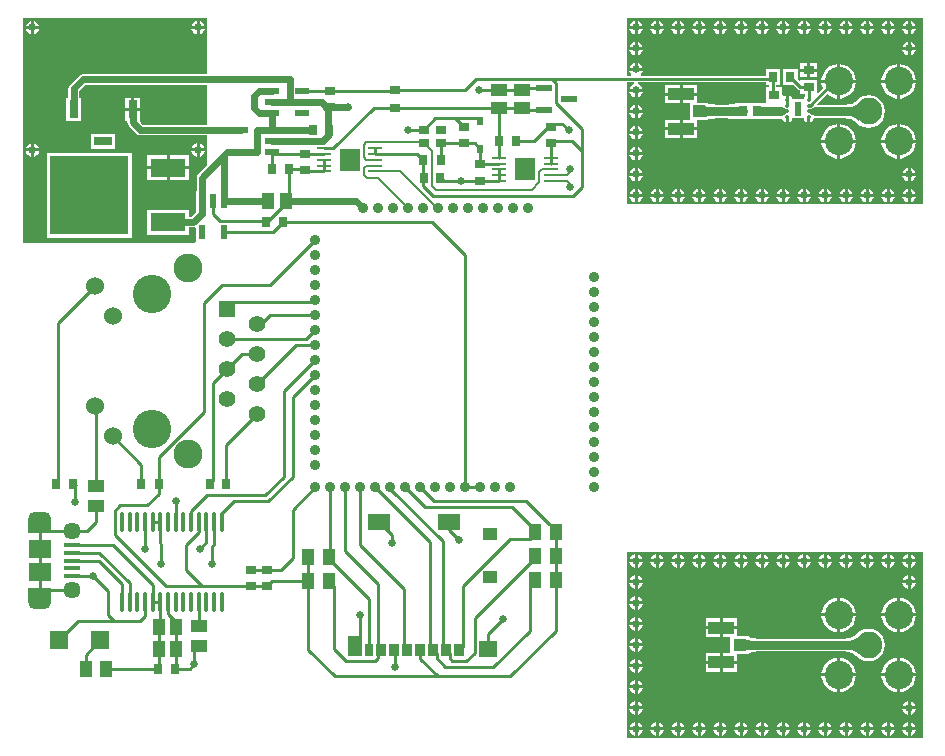
<source format=gtl>
G04*
G04 #@! TF.GenerationSoftware,Altium Limited,Altium Designer,18.0.12 (696)*
G04*
G04 Layer_Physical_Order=1*
G04 Layer_Color=255*
%FSLAX25Y25*%
%MOIN*%
G70*
G01*
G75*
%ADD15C,0.00800*%
%ADD18C,0.01000*%
%ADD66C,0.01968*%
G04:AMPARAMS|DCode=67|XSize=11.81mil|YSize=13.78mil|CornerRadius=2.95mil|HoleSize=0mil|Usage=FLASHONLY|Rotation=270.000|XOffset=0mil|YOffset=0mil|HoleType=Round|Shape=RoundedRectangle|*
%AMROUNDEDRECTD67*
21,1,0.01181,0.00787,0,0,270.0*
21,1,0.00591,0.01378,0,0,270.0*
1,1,0.00591,-0.00394,-0.00295*
1,1,0.00591,-0.00394,0.00295*
1,1,0.00591,0.00394,0.00295*
1,1,0.00591,0.00394,-0.00295*
%
%ADD67ROUNDEDRECTD67*%
%ADD68R,0.02284X0.04646*%
%ADD69R,0.01968X0.02953*%
%ADD70R,0.26378X0.26378*%
%ADD71R,0.11811X0.06299*%
%ADD72R,0.03150X0.03543*%
%ADD73R,0.05512X0.04331*%
%ADD74R,0.04331X0.05512*%
%ADD75R,0.03504X0.03110*%
%ADD76R,0.03543X0.03150*%
%ADD77R,0.06600X0.07400*%
%ADD78R,0.05000X0.01100*%
%ADD79R,0.03543X0.02756*%
%ADD80R,0.02756X0.03543*%
%ADD81R,0.02200X0.05000*%
%ADD82R,0.05000X0.02200*%
%ADD83R,0.05200X0.02000*%
%ADD84R,0.05200X0.02200*%
%ADD85R,0.08661X0.04134*%
%ADD86R,0.04134X0.03937*%
%ADD87R,0.03543X0.02846*%
%ADD88R,0.02953X0.03347*%
%ADD89R,0.05906X0.05906*%
%ADD90R,0.06102X0.05315*%
%ADD91R,0.04606X0.07087*%
%ADD92R,0.07480X0.05315*%
%ADD93R,0.04724X0.03937*%
%ADD94R,0.03347X0.04331*%
%ADD95R,0.03445X0.04331*%
%ADD96R,0.02953X0.04331*%
%ADD97O,0.01378X0.07087*%
%ADD98R,0.05315X0.01575*%
%ADD99R,0.07480X0.05906*%
%ADD100C,0.02200*%
%ADD101C,0.01181*%
%ADD102C,0.02846*%
%ADD103R,0.05906X0.03150*%
%ADD104R,0.03150X0.05906*%
%ADD105R,0.03150X0.05906*%
%ADD106C,0.09449*%
%ADD107C,0.08858*%
%ADD108C,0.03600*%
%ADD109C,0.05709*%
%ADD110R,0.05600X0.05600*%
%ADD111C,0.05600*%
%ADD112C,0.09600*%
%ADD113C,0.06000*%
%ADD114C,0.12800*%
%ADD115C,0.02500*%
G36*
X300000Y158000D02*
X201500Y158000D01*
X201500Y198502D01*
X203772D01*
X203821Y198002D01*
X203622Y197962D01*
X202878Y197465D01*
X202380Y196721D01*
X202305Y196343D01*
X206695D01*
X206620Y196721D01*
X206122Y197465D01*
X205378Y197962D01*
X205179Y198002D01*
X205228Y198502D01*
X247669D01*
Y197571D01*
X248926D01*
Y196929D01*
X247728D01*
Y191895D01*
X247544Y191655D01*
X247338Y191516D01*
X246463D01*
X246425Y191523D01*
X246387Y191516D01*
X238613D01*
X238575Y191523D01*
X238537Y191516D01*
X237563D01*
Y191378D01*
X236233Y191287D01*
X235724Y191285D01*
X235532Y191246D01*
X235339Y191208D01*
X235337Y191206D01*
X235335Y191206D01*
X235172Y191096D01*
X235008Y190987D01*
X235007Y190985D01*
X235005Y190983D01*
X234953Y190905D01*
X231183D01*
X231141Y190971D01*
X231132Y190978D01*
X231126Y190987D01*
X230969Y191091D01*
X230815Y191199D01*
X230804Y191202D01*
X230795Y191208D01*
X230610Y191244D01*
X230426Y191285D01*
X229432Y191306D01*
X228702Y191364D01*
X228571Y191384D01*
Y191811D01*
X227681D01*
X227680Y191812D01*
X227675Y191811D01*
X227597D01*
X227559Y191819D01*
X227521Y191811D01*
X224831D01*
Y194150D01*
X220000D01*
Y191583D01*
X222437D01*
Y186102D01*
X220000D01*
Y183536D01*
X224831D01*
Y185874D01*
X227521D01*
X227559Y185866D01*
X227597Y185874D01*
X227675D01*
X227680Y185874D01*
X227681Y185874D01*
X228571D01*
Y186301D01*
X228693Y186319D01*
X229901Y186395D01*
X230415Y186400D01*
X230605Y186440D01*
X230795Y186478D01*
X230799Y186480D01*
X230804Y186481D01*
X230965Y186591D01*
X231126Y186699D01*
X231129Y186703D01*
X231133Y186706D01*
X231182Y186780D01*
X234953D01*
X235005Y186702D01*
X235007Y186700D01*
X235008Y186699D01*
X235171Y186590D01*
X235335Y186479D01*
X235337Y186479D01*
X235339Y186478D01*
X235532Y186439D01*
X235724Y186400D01*
X236253Y186398D01*
X237494Y186363D01*
X237563Y186357D01*
Y186169D01*
X238537D01*
X238575Y186162D01*
X238613Y186169D01*
X246387D01*
X246425Y186162D01*
X246463Y186169D01*
X247437D01*
Y186307D01*
X248767Y186398D01*
X249275Y186400D01*
X249372Y186420D01*
X253272D01*
X253272Y186420D01*
X253309Y186238D01*
X253343Y186073D01*
X253407Y185977D01*
X253629Y185645D01*
X254058Y185359D01*
X254457Y185279D01*
Y186874D01*
X255457D01*
Y185279D01*
X255856Y185359D01*
X256284Y185645D01*
X256571Y186073D01*
X256656Y186504D01*
X260344D01*
X260430Y186073D01*
X260716Y185645D01*
X261144Y185359D01*
X261543Y185279D01*
Y186874D01*
X262543D01*
Y185279D01*
X262942Y185359D01*
X263371Y185645D01*
X263657Y186073D01*
X263758Y186579D01*
X264157Y186780D01*
X274367D01*
X274398Y186729D01*
X274415Y186716D01*
X274427Y186699D01*
X274575Y186600D01*
X274719Y186495D01*
X274740Y186489D01*
X274758Y186478D01*
X274933Y186443D01*
X275106Y186401D01*
X275468Y186386D01*
X275778Y186347D01*
X276081Y186281D01*
X276378Y186190D01*
X276671Y186071D01*
X276961Y185924D01*
X277250Y185748D01*
X277537Y185541D01*
X277824Y185301D01*
X278015Y185118D01*
X278128Y184970D01*
X279262Y184100D01*
X280583Y183553D01*
X282000Y183367D01*
X283417Y183553D01*
X284738Y184100D01*
X285872Y184970D01*
X286742Y186105D01*
X287289Y187425D01*
X287476Y188843D01*
X287289Y190260D01*
X286742Y191581D01*
X285872Y192715D01*
X284738Y193585D01*
X283417Y194132D01*
X282000Y194319D01*
X280583Y194132D01*
X279262Y193585D01*
X278128Y192715D01*
X278015Y192568D01*
X277824Y192384D01*
X277537Y192145D01*
X277250Y191937D01*
X276961Y191761D01*
X276671Y191614D01*
X276378Y191495D01*
X276081Y191404D01*
X275778Y191339D01*
X275468Y191299D01*
X275106Y191284D01*
X274933Y191242D01*
X274758Y191208D01*
X274740Y191196D01*
X274719Y191191D01*
X274575Y191086D01*
X274427Y190987D01*
X274415Y190969D01*
X274398Y190956D01*
X274367Y190905D01*
X264884D01*
X264692Y191367D01*
X268012Y194687D01*
X269113Y193842D01*
X270506Y193265D01*
X271500Y193135D01*
Y198343D01*
X266292D01*
X266423Y197348D01*
X266739Y196586D01*
X265272Y195119D01*
X264772Y195326D01*
Y199465D01*
X259228D01*
Y199306D01*
X258766Y199115D01*
X258331Y199551D01*
Y203114D01*
X253575D01*
Y197571D01*
X257138D01*
X258416Y196293D01*
X258780Y196050D01*
X259209Y195965D01*
X259228Y195490D01*
Y194709D01*
X260878D01*
Y194117D01*
X260716Y194009D01*
X260430Y193580D01*
X260344Y193150D01*
X256656D01*
X256571Y193580D01*
X256284Y194009D01*
X255856Y194295D01*
X255457Y194374D01*
Y192780D01*
X254457D01*
Y194374D01*
X254058Y194295D01*
X253772Y194104D01*
X253314Y194288D01*
X253272Y194325D01*
Y196929D01*
X251169D01*
Y197571D01*
X252425D01*
Y203114D01*
X247669D01*
Y200745D01*
X206266D01*
X206189Y201001D01*
X206138Y201245D01*
X206620Y201965D01*
X206695Y202343D01*
X202305D01*
X202380Y201965D01*
X202862Y201245D01*
X202811Y201001D01*
X202733Y200745D01*
X201500D01*
Y220000D01*
X300000Y220000D01*
X300000Y158000D01*
D02*
G37*
G36*
X263298Y187708D02*
X263156Y187812D01*
X262884Y187986D01*
X262753Y188056D01*
X262626Y188116D01*
X262502Y188165D01*
X262382Y188203D01*
X262265Y188230D01*
X262153Y188247D01*
X262043Y188252D01*
Y189433D01*
X262153Y189439D01*
X262265Y189455D01*
X262382Y189482D01*
X262502Y189520D01*
X262626Y189569D01*
X262753Y189629D01*
X262884Y189699D01*
X263156Y189874D01*
X263298Y189977D01*
Y187708D01*
D02*
G37*
G36*
X253844Y189874D02*
X254116Y189699D01*
X254247Y189629D01*
X254374Y189569D01*
X254498Y189520D01*
X254618Y189482D01*
X254735Y189455D01*
X254847Y189439D01*
X254957Y189433D01*
Y188252D01*
X254847Y188247D01*
X254735Y188230D01*
X254618Y188203D01*
X254498Y188165D01*
X254374Y188116D01*
X254247Y188056D01*
X254116Y187986D01*
X253844Y187812D01*
X253702Y187708D01*
Y189977D01*
X253844Y189874D01*
D02*
G37*
G36*
X246453Y190459D02*
X246539Y190418D01*
X246681Y190382D01*
X246880Y190351D01*
X247449Y190304D01*
X248730Y190268D01*
X249271Y190266D01*
Y187420D01*
X248730Y187417D01*
X246539Y187267D01*
X246453Y187227D01*
X246425Y187181D01*
Y190504D01*
X246453Y190459D01*
D02*
G37*
G36*
X238575Y187181D02*
X238547Y187227D01*
X238461Y187267D01*
X238319Y187303D01*
X238120Y187334D01*
X237550Y187381D01*
X236270Y187417D01*
X235729Y187420D01*
Y190266D01*
X236270Y190268D01*
X238461Y190418D01*
X238547Y190459D01*
X238575Y190504D01*
Y187181D01*
D02*
G37*
G36*
X227587Y190698D02*
X227673Y190607D01*
X227815Y190527D01*
X228014Y190458D01*
X228270Y190399D01*
X228584Y190351D01*
X229380Y190287D01*
X230405Y190266D01*
Y187420D01*
X229864Y187414D01*
X228584Y187334D01*
X228270Y187286D01*
X228014Y187227D01*
X227815Y187158D01*
X227673Y187078D01*
X227587Y186987D01*
X227559Y186886D01*
Y190799D01*
X227587Y190698D01*
D02*
G37*
G36*
X278837Y185742D02*
X278504Y186061D01*
X278163Y186346D01*
X277814Y186598D01*
X277458Y186816D01*
X277093Y187000D01*
X276720Y187151D01*
X276339Y187269D01*
X275950Y187353D01*
X275553Y187403D01*
X275148Y187420D01*
Y190266D01*
X275553Y190282D01*
X275950Y190333D01*
X276339Y190417D01*
X276720Y190534D01*
X277093Y190685D01*
X277458Y190869D01*
X277814Y191087D01*
X278163Y191339D01*
X278504Y191624D01*
X278837Y191943D01*
Y185742D01*
D02*
G37*
G36*
X61500Y220000D02*
Y201233D01*
X20000D01*
X19337Y201101D01*
X18774Y200726D01*
X15774Y197726D01*
X15399Y197163D01*
X15267Y196500D01*
Y193453D01*
X14425D01*
Y185547D01*
X19575D01*
Y193453D01*
X18733D01*
Y195782D01*
X20718Y197767D01*
X61500D01*
Y184433D01*
X40018D01*
X39381Y185070D01*
X39260Y185547D01*
X39260D01*
X39260Y185547D01*
Y189000D01*
X34110D01*
Y185547D01*
X34952D01*
Y185315D01*
X35084Y184652D01*
X35459Y184089D01*
X38074Y181474D01*
X38637Y181099D01*
X39300Y180967D01*
X61500D01*
Y170951D01*
X58574Y168026D01*
X58199Y167463D01*
X58067Y166800D01*
Y162356D01*
X57700D01*
Y155356D01*
X57700Y155356D01*
X57700D01*
X57491Y154942D01*
X56194Y153645D01*
X55405D01*
Y156061D01*
X41594D01*
Y147762D01*
X55405D01*
Y150178D01*
X56911D01*
X57200Y150236D01*
X57700Y149838D01*
Y145500D01*
X57265Y145000D01*
X0Y145000D01*
X-0Y220000D01*
X61500Y220000D01*
D02*
G37*
G36*
X7474Y53331D02*
X3931D01*
Y55299D01*
X7474Y55299D01*
Y53331D01*
D02*
G37*
G36*
X9443Y48213D02*
X1962D01*
Y53331D01*
X9443D01*
Y48213D01*
D02*
G37*
G36*
Y24984D02*
X1962D01*
Y30102D01*
X9443D01*
Y24984D01*
D02*
G37*
G36*
X7474Y23016D02*
X3931Y23016D01*
Y24984D01*
X7474D01*
Y23016D01*
D02*
G37*
G36*
X300000Y-20000D02*
X201500Y-20000D01*
X201500Y42000D01*
X300000Y42000D01*
X300000Y-20000D01*
D02*
G37*
%LPC*%
G36*
X296000Y219037D02*
Y217343D01*
X297695D01*
X297620Y217721D01*
X297122Y218465D01*
X296378Y218962D01*
X296000Y219037D01*
D02*
G37*
G36*
X295000D02*
X294622Y218962D01*
X293878Y218465D01*
X293380Y217721D01*
X293305Y217343D01*
X295000D01*
Y219037D01*
D02*
G37*
G36*
X289000D02*
Y217343D01*
X290695D01*
X290619Y217721D01*
X290122Y218465D01*
X289378Y218962D01*
X289000Y219037D01*
D02*
G37*
G36*
X288000D02*
X287622Y218962D01*
X286878Y218465D01*
X286381Y217721D01*
X286305Y217343D01*
X288000D01*
Y219037D01*
D02*
G37*
G36*
X282000D02*
Y217343D01*
X283695D01*
X283619Y217721D01*
X283122Y218465D01*
X282378Y218962D01*
X282000Y219037D01*
D02*
G37*
G36*
X281000D02*
X280622Y218962D01*
X279878Y218465D01*
X279380Y217721D01*
X279305Y217343D01*
X281000D01*
Y219037D01*
D02*
G37*
G36*
X275000D02*
Y217343D01*
X276695D01*
X276620Y217721D01*
X276122Y218465D01*
X275378Y218962D01*
X275000Y219037D01*
D02*
G37*
G36*
X274000D02*
X273622Y218962D01*
X272878Y218465D01*
X272380Y217721D01*
X272305Y217343D01*
X274000D01*
Y219037D01*
D02*
G37*
G36*
X268000D02*
Y217343D01*
X269695D01*
X269619Y217721D01*
X269122Y218465D01*
X268378Y218962D01*
X268000Y219037D01*
D02*
G37*
G36*
X267000D02*
X266622Y218962D01*
X265878Y218465D01*
X265381Y217721D01*
X265305Y217343D01*
X267000D01*
Y219037D01*
D02*
G37*
G36*
X261000D02*
Y217343D01*
X262695D01*
X262619Y217721D01*
X262122Y218465D01*
X261378Y218962D01*
X261000Y219037D01*
D02*
G37*
G36*
X260000D02*
X259622Y218962D01*
X258878Y218465D01*
X258381Y217721D01*
X258305Y217343D01*
X260000D01*
Y219037D01*
D02*
G37*
G36*
X254000D02*
Y217343D01*
X255695D01*
X255620Y217721D01*
X255122Y218465D01*
X254378Y218962D01*
X254000Y219037D01*
D02*
G37*
G36*
X253000D02*
X252622Y218962D01*
X251878Y218465D01*
X251380Y217721D01*
X251305Y217343D01*
X253000D01*
Y219037D01*
D02*
G37*
G36*
X247000D02*
Y217343D01*
X248695D01*
X248620Y217721D01*
X248122Y218465D01*
X247378Y218962D01*
X247000Y219037D01*
D02*
G37*
G36*
X246000D02*
X245622Y218962D01*
X244878Y218465D01*
X244380Y217721D01*
X244305Y217343D01*
X246000D01*
Y219037D01*
D02*
G37*
G36*
X240000D02*
Y217343D01*
X241695D01*
X241619Y217721D01*
X241122Y218465D01*
X240378Y218962D01*
X240000Y219037D01*
D02*
G37*
G36*
X239000D02*
X238622Y218962D01*
X237878Y218465D01*
X237381Y217721D01*
X237305Y217343D01*
X239000D01*
Y219037D01*
D02*
G37*
G36*
X233000D02*
Y217343D01*
X234695D01*
X234619Y217721D01*
X234122Y218465D01*
X233378Y218962D01*
X233000Y219037D01*
D02*
G37*
G36*
X232000D02*
X231622Y218962D01*
X230878Y218465D01*
X230381Y217721D01*
X230305Y217343D01*
X232000D01*
Y219037D01*
D02*
G37*
G36*
X226000D02*
Y217343D01*
X227695D01*
X227620Y217721D01*
X227122Y218465D01*
X226378Y218962D01*
X226000Y219037D01*
D02*
G37*
G36*
X225000D02*
X224622Y218962D01*
X223878Y218465D01*
X223380Y217721D01*
X223305Y217343D01*
X225000D01*
Y219037D01*
D02*
G37*
G36*
X219000D02*
Y217343D01*
X220695D01*
X220620Y217721D01*
X220122Y218465D01*
X219378Y218962D01*
X219000Y219037D01*
D02*
G37*
G36*
X218000D02*
X217622Y218962D01*
X216878Y218465D01*
X216381Y217721D01*
X216305Y217343D01*
X218000D01*
Y219037D01*
D02*
G37*
G36*
X212000D02*
Y217343D01*
X213695D01*
X213619Y217721D01*
X213122Y218465D01*
X212378Y218962D01*
X212000Y219037D01*
D02*
G37*
G36*
X211000D02*
X210622Y218962D01*
X209878Y218465D01*
X209381Y217721D01*
X209305Y217343D01*
X211000D01*
Y219037D01*
D02*
G37*
G36*
X205000D02*
Y217343D01*
X206695D01*
X206620Y217721D01*
X206122Y218465D01*
X205378Y218962D01*
X205000Y219037D01*
D02*
G37*
G36*
X204000D02*
X203622Y218962D01*
X202878Y218465D01*
X202380Y217721D01*
X202305Y217343D01*
X204000D01*
Y219037D01*
D02*
G37*
G36*
X297695Y216343D02*
X296000D01*
Y214648D01*
X296378Y214723D01*
X297122Y215220D01*
X297620Y215965D01*
X297695Y216343D01*
D02*
G37*
G36*
X295000D02*
X293305D01*
X293380Y215965D01*
X293878Y215220D01*
X294622Y214723D01*
X295000Y214648D01*
Y216343D01*
D02*
G37*
G36*
X290695D02*
X289000D01*
Y214648D01*
X289378Y214723D01*
X290122Y215220D01*
X290619Y215965D01*
X290695Y216343D01*
D02*
G37*
G36*
X288000D02*
X286305D01*
X286381Y215965D01*
X286878Y215220D01*
X287622Y214723D01*
X288000Y214648D01*
Y216343D01*
D02*
G37*
G36*
X283695D02*
X282000D01*
Y214648D01*
X282378Y214723D01*
X283122Y215220D01*
X283619Y215965D01*
X283695Y216343D01*
D02*
G37*
G36*
X281000D02*
X279305D01*
X279380Y215965D01*
X279878Y215220D01*
X280622Y214723D01*
X281000Y214648D01*
Y216343D01*
D02*
G37*
G36*
X276695D02*
X275000D01*
Y214648D01*
X275378Y214723D01*
X276122Y215220D01*
X276620Y215965D01*
X276695Y216343D01*
D02*
G37*
G36*
X274000D02*
X272305D01*
X272380Y215965D01*
X272878Y215220D01*
X273622Y214723D01*
X274000Y214648D01*
Y216343D01*
D02*
G37*
G36*
X269695D02*
X268000D01*
Y214648D01*
X268378Y214723D01*
X269122Y215220D01*
X269619Y215965D01*
X269695Y216343D01*
D02*
G37*
G36*
X267000D02*
X265305D01*
X265381Y215965D01*
X265878Y215220D01*
X266622Y214723D01*
X267000Y214648D01*
Y216343D01*
D02*
G37*
G36*
X262695D02*
X261000D01*
Y214648D01*
X261378Y214723D01*
X262122Y215220D01*
X262619Y215965D01*
X262695Y216343D01*
D02*
G37*
G36*
X260000D02*
X258305D01*
X258381Y215965D01*
X258878Y215220D01*
X259622Y214723D01*
X260000Y214648D01*
Y216343D01*
D02*
G37*
G36*
X255695D02*
X254000D01*
Y214648D01*
X254378Y214723D01*
X255122Y215220D01*
X255620Y215965D01*
X255695Y216343D01*
D02*
G37*
G36*
X253000D02*
X251305D01*
X251380Y215965D01*
X251878Y215220D01*
X252622Y214723D01*
X253000Y214648D01*
Y216343D01*
D02*
G37*
G36*
X248695D02*
X247000D01*
Y214648D01*
X247378Y214723D01*
X248122Y215220D01*
X248620Y215965D01*
X248695Y216343D01*
D02*
G37*
G36*
X246000D02*
X244305D01*
X244380Y215965D01*
X244878Y215220D01*
X245622Y214723D01*
X246000Y214648D01*
Y216343D01*
D02*
G37*
G36*
X241695D02*
X240000D01*
Y214648D01*
X240378Y214723D01*
X241122Y215220D01*
X241619Y215965D01*
X241695Y216343D01*
D02*
G37*
G36*
X239000D02*
X237305D01*
X237381Y215965D01*
X237878Y215220D01*
X238622Y214723D01*
X239000Y214648D01*
Y216343D01*
D02*
G37*
G36*
X234695D02*
X233000D01*
Y214648D01*
X233378Y214723D01*
X234122Y215220D01*
X234619Y215965D01*
X234695Y216343D01*
D02*
G37*
G36*
X232000D02*
X230305D01*
X230381Y215965D01*
X230878Y215220D01*
X231622Y214723D01*
X232000Y214648D01*
Y216343D01*
D02*
G37*
G36*
X227695D02*
X226000D01*
Y214648D01*
X226378Y214723D01*
X227122Y215220D01*
X227620Y215965D01*
X227695Y216343D01*
D02*
G37*
G36*
X225000D02*
X223305D01*
X223380Y215965D01*
X223878Y215220D01*
X224622Y214723D01*
X225000Y214648D01*
Y216343D01*
D02*
G37*
G36*
X220695D02*
X219000D01*
Y214648D01*
X219378Y214723D01*
X220122Y215220D01*
X220620Y215965D01*
X220695Y216343D01*
D02*
G37*
G36*
X218000D02*
X216305D01*
X216381Y215965D01*
X216878Y215220D01*
X217622Y214723D01*
X218000Y214648D01*
Y216343D01*
D02*
G37*
G36*
X213695D02*
X212000D01*
Y214648D01*
X212378Y214723D01*
X213122Y215220D01*
X213619Y215965D01*
X213695Y216343D01*
D02*
G37*
G36*
X211000D02*
X209305D01*
X209381Y215965D01*
X209878Y215220D01*
X210622Y214723D01*
X211000Y214648D01*
Y216343D01*
D02*
G37*
G36*
X206695D02*
X205000D01*
Y214648D01*
X205378Y214723D01*
X206122Y215220D01*
X206620Y215965D01*
X206695Y216343D01*
D02*
G37*
G36*
X204000D02*
X202305D01*
X202380Y215965D01*
X202878Y215220D01*
X203622Y214723D01*
X204000Y214648D01*
Y216343D01*
D02*
G37*
G36*
X296000Y212037D02*
Y210343D01*
X297695D01*
X297620Y210720D01*
X297122Y211465D01*
X296378Y211962D01*
X296000Y212037D01*
D02*
G37*
G36*
X295000D02*
X294622Y211962D01*
X293878Y211465D01*
X293380Y210720D01*
X293305Y210343D01*
X295000D01*
Y212037D01*
D02*
G37*
G36*
X205000D02*
Y210343D01*
X206695D01*
X206620Y210720D01*
X206122Y211465D01*
X205378Y211962D01*
X205000Y212037D01*
D02*
G37*
G36*
X204000D02*
X203622Y211962D01*
X202878Y211465D01*
X202380Y210720D01*
X202305Y210343D01*
X204000D01*
Y212037D01*
D02*
G37*
G36*
X297695Y209343D02*
X296000D01*
Y207648D01*
X296378Y207723D01*
X297122Y208220D01*
X297620Y208965D01*
X297695Y209343D01*
D02*
G37*
G36*
X295000D02*
X293305D01*
X293380Y208965D01*
X293878Y208220D01*
X294622Y207723D01*
X295000Y207648D01*
Y209343D01*
D02*
G37*
G36*
X206695D02*
X205000D01*
Y207648D01*
X205378Y207723D01*
X206122Y208220D01*
X206620Y208965D01*
X206695Y209343D01*
D02*
G37*
G36*
X204000D02*
X202305D01*
X202380Y208965D01*
X202878Y208220D01*
X203622Y207723D01*
X204000Y207648D01*
Y209343D01*
D02*
G37*
G36*
X205000Y205037D02*
Y203343D01*
X206695D01*
X206620Y203720D01*
X206122Y204465D01*
X205378Y204962D01*
X205000Y205037D01*
D02*
G37*
G36*
X204000D02*
X203622Y204962D01*
X202878Y204465D01*
X202380Y203720D01*
X202305Y203343D01*
X204000D01*
Y205037D01*
D02*
G37*
G36*
X264772Y204976D02*
X262500D01*
Y203098D01*
X264772D01*
Y204976D01*
D02*
G37*
G36*
X261500D02*
X259228D01*
Y203098D01*
X261500D01*
Y204976D01*
D02*
G37*
G36*
X264772Y202098D02*
X262500D01*
Y200220D01*
X264772D01*
Y202098D01*
D02*
G37*
G36*
X261500D02*
X259228D01*
Y200220D01*
X261500D01*
Y202098D01*
D02*
G37*
G36*
X272500Y204551D02*
Y199343D01*
X277708D01*
X277577Y200337D01*
X277000Y201729D01*
X276083Y202925D01*
X274887Y203843D01*
X273494Y204420D01*
X272500Y204551D01*
D02*
G37*
G36*
X292500D02*
Y199343D01*
X297708D01*
X297577Y200337D01*
X297000Y201729D01*
X296083Y202925D01*
X294887Y203843D01*
X293494Y204420D01*
X292500Y204551D01*
D02*
G37*
G36*
X271500D02*
X270506Y204420D01*
X269113Y203843D01*
X267917Y202925D01*
X267000Y201729D01*
X266423Y200337D01*
X266292Y199343D01*
X271500D01*
Y204551D01*
D02*
G37*
G36*
X291500D02*
X290506Y204420D01*
X289113Y203843D01*
X287917Y202925D01*
X287000Y201729D01*
X286423Y200337D01*
X286292Y199343D01*
X291500D01*
Y204551D01*
D02*
G37*
G36*
X224831Y197716D02*
X220000D01*
Y195150D01*
X224831D01*
Y197716D01*
D02*
G37*
G36*
X219000D02*
X214169D01*
Y195150D01*
X219000D01*
Y197716D01*
D02*
G37*
G36*
X206695Y195343D02*
X205000D01*
Y193648D01*
X205378Y193723D01*
X206122Y194220D01*
X206620Y194965D01*
X206695Y195343D01*
D02*
G37*
G36*
X204000D02*
X202305D01*
X202380Y194965D01*
X202878Y194220D01*
X203622Y193723D01*
X204000Y193648D01*
Y195343D01*
D02*
G37*
G36*
X297708Y198343D02*
X292500D01*
Y193135D01*
X293494Y193265D01*
X294887Y193842D01*
X296083Y194760D01*
X297000Y195956D01*
X297577Y197348D01*
X297708Y198343D01*
D02*
G37*
G36*
X277708D02*
X272500D01*
Y193135D01*
X273494Y193265D01*
X274887Y193842D01*
X276083Y194760D01*
X277000Y195956D01*
X277577Y197348D01*
X277708Y198343D01*
D02*
G37*
G36*
X291500D02*
X286292D01*
X286423Y197348D01*
X287000Y195956D01*
X287917Y194760D01*
X289113Y193842D01*
X290506Y193265D01*
X291500Y193135D01*
Y198343D01*
D02*
G37*
G36*
X219000Y194150D02*
X214169D01*
Y191583D01*
X219000D01*
Y194150D01*
D02*
G37*
G36*
X205000Y191037D02*
Y189343D01*
X206695D01*
X206620Y189720D01*
X206122Y190465D01*
X205378Y190962D01*
X205000Y191037D01*
D02*
G37*
G36*
X204000D02*
X203622Y190962D01*
X202878Y190465D01*
X202380Y189720D01*
X202305Y189343D01*
X204000D01*
Y191037D01*
D02*
G37*
G36*
X206695Y188343D02*
X205000D01*
Y186648D01*
X205378Y186723D01*
X206122Y187220D01*
X206620Y187965D01*
X206695Y188343D01*
D02*
G37*
G36*
X204000D02*
X202305D01*
X202380Y187965D01*
X202878Y187220D01*
X203622Y186723D01*
X204000Y186648D01*
Y188343D01*
D02*
G37*
G36*
X219000Y186102D02*
X214169D01*
Y183536D01*
X219000D01*
Y186102D01*
D02*
G37*
G36*
X205000Y184037D02*
Y182343D01*
X206695D01*
X206620Y182720D01*
X206122Y183465D01*
X205378Y183962D01*
X205000Y184037D01*
D02*
G37*
G36*
X204000D02*
X203622Y183962D01*
X202878Y183465D01*
X202380Y182720D01*
X202305Y182343D01*
X204000D01*
Y184037D01*
D02*
G37*
G36*
X224831Y182536D02*
X220000D01*
Y179969D01*
X224831D01*
Y182536D01*
D02*
G37*
G36*
X219000D02*
X214169D01*
Y179969D01*
X219000D01*
Y182536D01*
D02*
G37*
G36*
X206695Y181343D02*
X205000D01*
Y179648D01*
X205378Y179723D01*
X206122Y180220D01*
X206620Y180965D01*
X206695Y181343D01*
D02*
G37*
G36*
X204000D02*
X202305D01*
X202380Y180965D01*
X202878Y180220D01*
X203622Y179723D01*
X204000Y179648D01*
Y181343D01*
D02*
G37*
G36*
X272500Y184551D02*
Y179343D01*
X277708D01*
X277577Y180337D01*
X277000Y181729D01*
X276083Y182925D01*
X274887Y183843D01*
X273494Y184420D01*
X272500Y184551D01*
D02*
G37*
G36*
X292500D02*
Y179343D01*
X297708D01*
X297577Y180337D01*
X297000Y181729D01*
X296083Y182925D01*
X294887Y183843D01*
X293494Y184420D01*
X292500Y184551D01*
D02*
G37*
G36*
X271500D02*
X270506Y184420D01*
X269113Y183843D01*
X267917Y182925D01*
X267000Y181729D01*
X266423Y180337D01*
X266292Y179343D01*
X271500D01*
Y184551D01*
D02*
G37*
G36*
X291500D02*
X290506Y184420D01*
X289113Y183843D01*
X287917Y182925D01*
X287000Y181729D01*
X286423Y180337D01*
X286292Y179343D01*
X291500D01*
Y184551D01*
D02*
G37*
G36*
X205000Y177037D02*
Y175343D01*
X206695D01*
X206620Y175721D01*
X206122Y176465D01*
X205378Y176962D01*
X205000Y177037D01*
D02*
G37*
G36*
X204000D02*
X203622Y176962D01*
X202878Y176465D01*
X202380Y175721D01*
X202305Y175343D01*
X204000D01*
Y177037D01*
D02*
G37*
G36*
X297708Y178343D02*
X292500D01*
Y173135D01*
X293494Y173266D01*
X294887Y173842D01*
X296083Y174760D01*
X297000Y175956D01*
X297577Y177348D01*
X297708Y178343D01*
D02*
G37*
G36*
X277708D02*
X272500D01*
Y173135D01*
X273494Y173266D01*
X274887Y173842D01*
X276083Y174760D01*
X277000Y175956D01*
X277577Y177348D01*
X277708Y178343D01*
D02*
G37*
G36*
X291500D02*
X286292D01*
X286423Y177348D01*
X287000Y175956D01*
X287917Y174760D01*
X289113Y173842D01*
X290506Y173266D01*
X291500Y173135D01*
Y178343D01*
D02*
G37*
G36*
X271500D02*
X266292D01*
X266423Y177348D01*
X267000Y175956D01*
X267917Y174760D01*
X269113Y173842D01*
X270506Y173266D01*
X271500Y173135D01*
Y178343D01*
D02*
G37*
G36*
X206695Y174343D02*
X205000D01*
Y172648D01*
X205378Y172723D01*
X206122Y173220D01*
X206620Y173965D01*
X206695Y174343D01*
D02*
G37*
G36*
X204000D02*
X202305D01*
X202380Y173965D01*
X202878Y173220D01*
X203622Y172723D01*
X204000Y172648D01*
Y174343D01*
D02*
G37*
G36*
X296000Y170037D02*
Y168343D01*
X297695D01*
X297620Y168720D01*
X297122Y169465D01*
X296378Y169962D01*
X296000Y170037D01*
D02*
G37*
G36*
X295000D02*
X294622Y169962D01*
X293878Y169465D01*
X293380Y168720D01*
X293305Y168343D01*
X295000D01*
Y170037D01*
D02*
G37*
G36*
X205000D02*
Y168343D01*
X206695D01*
X206620Y168720D01*
X206122Y169465D01*
X205378Y169962D01*
X205000Y170037D01*
D02*
G37*
G36*
X204000D02*
X203622Y169962D01*
X202878Y169465D01*
X202380Y168720D01*
X202305Y168343D01*
X204000D01*
Y170037D01*
D02*
G37*
G36*
X297695Y167343D02*
X296000D01*
Y165648D01*
X296378Y165723D01*
X297122Y166220D01*
X297620Y166965D01*
X297695Y167343D01*
D02*
G37*
G36*
X295000D02*
X293305D01*
X293380Y166965D01*
X293878Y166220D01*
X294622Y165723D01*
X295000Y165648D01*
Y167343D01*
D02*
G37*
G36*
X206695D02*
X205000D01*
Y165648D01*
X205378Y165723D01*
X206122Y166220D01*
X206620Y166965D01*
X206695Y167343D01*
D02*
G37*
G36*
X204000D02*
X202305D01*
X202380Y166965D01*
X202878Y166220D01*
X203622Y165723D01*
X204000Y165648D01*
Y167343D01*
D02*
G37*
G36*
X296000Y163037D02*
Y161343D01*
X297695D01*
X297620Y161721D01*
X297122Y162465D01*
X296378Y162962D01*
X296000Y163037D01*
D02*
G37*
G36*
X295000D02*
X294622Y162962D01*
X293878Y162465D01*
X293380Y161721D01*
X293305Y161343D01*
X295000D01*
Y163037D01*
D02*
G37*
G36*
X289000D02*
Y161343D01*
X290695D01*
X290619Y161721D01*
X290122Y162465D01*
X289378Y162962D01*
X289000Y163037D01*
D02*
G37*
G36*
X288000D02*
X287622Y162962D01*
X286878Y162465D01*
X286381Y161721D01*
X286305Y161343D01*
X288000D01*
Y163037D01*
D02*
G37*
G36*
X282000D02*
Y161343D01*
X283695D01*
X283619Y161721D01*
X283122Y162465D01*
X282378Y162962D01*
X282000Y163037D01*
D02*
G37*
G36*
X281000D02*
X280622Y162962D01*
X279878Y162465D01*
X279380Y161721D01*
X279305Y161343D01*
X281000D01*
Y163037D01*
D02*
G37*
G36*
X275000D02*
Y161343D01*
X276695D01*
X276620Y161721D01*
X276122Y162465D01*
X275378Y162962D01*
X275000Y163037D01*
D02*
G37*
G36*
X274000D02*
X273622Y162962D01*
X272878Y162465D01*
X272380Y161721D01*
X272305Y161343D01*
X274000D01*
Y163037D01*
D02*
G37*
G36*
X268000D02*
Y161343D01*
X269695D01*
X269619Y161721D01*
X269122Y162465D01*
X268378Y162962D01*
X268000Y163037D01*
D02*
G37*
G36*
X267000D02*
X266622Y162962D01*
X265878Y162465D01*
X265381Y161721D01*
X265305Y161343D01*
X267000D01*
Y163037D01*
D02*
G37*
G36*
X261000D02*
Y161343D01*
X262695D01*
X262619Y161721D01*
X262122Y162465D01*
X261378Y162962D01*
X261000Y163037D01*
D02*
G37*
G36*
X260000D02*
X259622Y162962D01*
X258878Y162465D01*
X258381Y161721D01*
X258305Y161343D01*
X260000D01*
Y163037D01*
D02*
G37*
G36*
X254000D02*
Y161343D01*
X255695D01*
X255620Y161721D01*
X255122Y162465D01*
X254378Y162962D01*
X254000Y163037D01*
D02*
G37*
G36*
X253000D02*
X252622Y162962D01*
X251878Y162465D01*
X251380Y161721D01*
X251305Y161343D01*
X253000D01*
Y163037D01*
D02*
G37*
G36*
X247000D02*
Y161343D01*
X248695D01*
X248620Y161721D01*
X248122Y162465D01*
X247378Y162962D01*
X247000Y163037D01*
D02*
G37*
G36*
X246000D02*
X245622Y162962D01*
X244878Y162465D01*
X244380Y161721D01*
X244305Y161343D01*
X246000D01*
Y163037D01*
D02*
G37*
G36*
X240000D02*
Y161343D01*
X241695D01*
X241619Y161721D01*
X241122Y162465D01*
X240378Y162962D01*
X240000Y163037D01*
D02*
G37*
G36*
X239000D02*
X238622Y162962D01*
X237878Y162465D01*
X237381Y161721D01*
X237305Y161343D01*
X239000D01*
Y163037D01*
D02*
G37*
G36*
X233000D02*
Y161343D01*
X234695D01*
X234619Y161721D01*
X234122Y162465D01*
X233378Y162962D01*
X233000Y163037D01*
D02*
G37*
G36*
X232000D02*
X231622Y162962D01*
X230878Y162465D01*
X230381Y161721D01*
X230305Y161343D01*
X232000D01*
Y163037D01*
D02*
G37*
G36*
X226000D02*
Y161343D01*
X227695D01*
X227620Y161721D01*
X227122Y162465D01*
X226378Y162962D01*
X226000Y163037D01*
D02*
G37*
G36*
X225000D02*
X224622Y162962D01*
X223878Y162465D01*
X223380Y161721D01*
X223305Y161343D01*
X225000D01*
Y163037D01*
D02*
G37*
G36*
X219000D02*
Y161343D01*
X220695D01*
X220620Y161721D01*
X220122Y162465D01*
X219378Y162962D01*
X219000Y163037D01*
D02*
G37*
G36*
X218000D02*
X217622Y162962D01*
X216878Y162465D01*
X216381Y161721D01*
X216305Y161343D01*
X218000D01*
Y163037D01*
D02*
G37*
G36*
X212000D02*
Y161343D01*
X213695D01*
X213619Y161721D01*
X213122Y162465D01*
X212378Y162962D01*
X212000Y163037D01*
D02*
G37*
G36*
X211000D02*
X210622Y162962D01*
X209878Y162465D01*
X209381Y161721D01*
X209305Y161343D01*
X211000D01*
Y163037D01*
D02*
G37*
G36*
X205000D02*
Y161343D01*
X206695D01*
X206620Y161721D01*
X206122Y162465D01*
X205378Y162962D01*
X205000Y163037D01*
D02*
G37*
G36*
X204000D02*
X203622Y162962D01*
X202878Y162465D01*
X202380Y161721D01*
X202305Y161343D01*
X204000D01*
Y163037D01*
D02*
G37*
G36*
X297695Y160343D02*
X296000D01*
Y158648D01*
X296378Y158723D01*
X297122Y159220D01*
X297620Y159965D01*
X297695Y160343D01*
D02*
G37*
G36*
X295000D02*
X293305D01*
X293380Y159965D01*
X293878Y159220D01*
X294622Y158723D01*
X295000Y158648D01*
Y160343D01*
D02*
G37*
G36*
X290695D02*
X289000D01*
Y158648D01*
X289378Y158723D01*
X290122Y159220D01*
X290619Y159965D01*
X290695Y160343D01*
D02*
G37*
G36*
X288000D02*
X286305D01*
X286381Y159965D01*
X286878Y159220D01*
X287622Y158723D01*
X288000Y158648D01*
Y160343D01*
D02*
G37*
G36*
X283695D02*
X282000D01*
Y158648D01*
X282378Y158723D01*
X283122Y159220D01*
X283619Y159965D01*
X283695Y160343D01*
D02*
G37*
G36*
X281000D02*
X279305D01*
X279380Y159965D01*
X279878Y159220D01*
X280622Y158723D01*
X281000Y158648D01*
Y160343D01*
D02*
G37*
G36*
X276695D02*
X275000D01*
Y158648D01*
X275378Y158723D01*
X276122Y159220D01*
X276620Y159965D01*
X276695Y160343D01*
D02*
G37*
G36*
X274000D02*
X272305D01*
X272380Y159965D01*
X272878Y159220D01*
X273622Y158723D01*
X274000Y158648D01*
Y160343D01*
D02*
G37*
G36*
X269695D02*
X268000D01*
Y158648D01*
X268378Y158723D01*
X269122Y159220D01*
X269619Y159965D01*
X269695Y160343D01*
D02*
G37*
G36*
X267000D02*
X265305D01*
X265381Y159965D01*
X265878Y159220D01*
X266622Y158723D01*
X267000Y158648D01*
Y160343D01*
D02*
G37*
G36*
X262695D02*
X261000D01*
Y158648D01*
X261378Y158723D01*
X262122Y159220D01*
X262619Y159965D01*
X262695Y160343D01*
D02*
G37*
G36*
X260000D02*
X258305D01*
X258381Y159965D01*
X258878Y159220D01*
X259622Y158723D01*
X260000Y158648D01*
Y160343D01*
D02*
G37*
G36*
X255695D02*
X254000D01*
Y158648D01*
X254378Y158723D01*
X255122Y159220D01*
X255620Y159965D01*
X255695Y160343D01*
D02*
G37*
G36*
X253000D02*
X251305D01*
X251380Y159965D01*
X251878Y159220D01*
X252622Y158723D01*
X253000Y158648D01*
Y160343D01*
D02*
G37*
G36*
X248695D02*
X247000D01*
Y158648D01*
X247378Y158723D01*
X248122Y159220D01*
X248620Y159965D01*
X248695Y160343D01*
D02*
G37*
G36*
X246000D02*
X244305D01*
X244380Y159965D01*
X244878Y159220D01*
X245622Y158723D01*
X246000Y158648D01*
Y160343D01*
D02*
G37*
G36*
X241695D02*
X240000D01*
Y158648D01*
X240378Y158723D01*
X241122Y159220D01*
X241619Y159965D01*
X241695Y160343D01*
D02*
G37*
G36*
X239000D02*
X237305D01*
X237381Y159965D01*
X237878Y159220D01*
X238622Y158723D01*
X239000Y158648D01*
Y160343D01*
D02*
G37*
G36*
X234695D02*
X233000D01*
Y158648D01*
X233378Y158723D01*
X234122Y159220D01*
X234619Y159965D01*
X234695Y160343D01*
D02*
G37*
G36*
X232000D02*
X230305D01*
X230381Y159965D01*
X230878Y159220D01*
X231622Y158723D01*
X232000Y158648D01*
Y160343D01*
D02*
G37*
G36*
X227695D02*
X226000D01*
Y158648D01*
X226378Y158723D01*
X227122Y159220D01*
X227620Y159965D01*
X227695Y160343D01*
D02*
G37*
G36*
X225000D02*
X223305D01*
X223380Y159965D01*
X223878Y159220D01*
X224622Y158723D01*
X225000Y158648D01*
Y160343D01*
D02*
G37*
G36*
X220695D02*
X219000D01*
Y158648D01*
X219378Y158723D01*
X220122Y159220D01*
X220620Y159965D01*
X220695Y160343D01*
D02*
G37*
G36*
X218000D02*
X216305D01*
X216381Y159965D01*
X216878Y159220D01*
X217622Y158723D01*
X218000Y158648D01*
Y160343D01*
D02*
G37*
G36*
X213695D02*
X212000D01*
Y158648D01*
X212378Y158723D01*
X213122Y159220D01*
X213619Y159965D01*
X213695Y160343D01*
D02*
G37*
G36*
X211000D02*
X209305D01*
X209381Y159965D01*
X209878Y159220D01*
X210622Y158723D01*
X211000Y158648D01*
Y160343D01*
D02*
G37*
G36*
X206695D02*
X205000D01*
Y158648D01*
X205378Y158723D01*
X206122Y159220D01*
X206620Y159965D01*
X206695Y160343D01*
D02*
G37*
G36*
X204000D02*
X202305D01*
X202380Y159965D01*
X202878Y159220D01*
X203622Y158723D01*
X204000Y158648D01*
Y160343D01*
D02*
G37*
G36*
X59000Y219037D02*
Y217343D01*
X60695D01*
X60619Y217721D01*
X60122Y218465D01*
X59378Y218962D01*
X59000Y219037D01*
D02*
G37*
G36*
X58000D02*
X57622Y218962D01*
X56878Y218465D01*
X56381Y217721D01*
X56305Y217343D01*
X58000D01*
Y219037D01*
D02*
G37*
G36*
X3805D02*
Y217343D01*
X5500D01*
X5425Y217721D01*
X4927Y218465D01*
X4183Y218962D01*
X3805Y219037D01*
D02*
G37*
G36*
X2805D02*
X2427Y218962D01*
X1683Y218465D01*
X1186Y217721D01*
X1111Y217343D01*
X2805D01*
Y219037D01*
D02*
G37*
G36*
X60695Y216343D02*
X59000D01*
Y214648D01*
X59378Y214723D01*
X60122Y215220D01*
X60619Y215965D01*
X60695Y216343D01*
D02*
G37*
G36*
X58000D02*
X56305D01*
X56381Y215965D01*
X56878Y215220D01*
X57622Y214723D01*
X58000Y214648D01*
Y216343D01*
D02*
G37*
G36*
X5500D02*
X3805D01*
Y214648D01*
X4183Y214723D01*
X4927Y215220D01*
X5425Y215965D01*
X5500Y216343D01*
D02*
G37*
G36*
X2805D02*
X1111D01*
X1186Y215965D01*
X1683Y215220D01*
X2427Y214723D01*
X2805Y214648D01*
Y216343D01*
D02*
G37*
G36*
X39260Y193453D02*
X37185D01*
Y190000D01*
X39260D01*
Y193453D01*
D02*
G37*
G36*
X36185D02*
X34110D01*
Y190000D01*
X36185D01*
Y193453D01*
D02*
G37*
G36*
X59000Y178195D02*
Y176500D01*
X60695D01*
X60619Y176878D01*
X60122Y177622D01*
X59378Y178120D01*
X59000Y178195D01*
D02*
G37*
G36*
X58000D02*
X57622Y178120D01*
X56878Y177622D01*
X56381Y176878D01*
X56305Y176500D01*
X58000D01*
Y178195D01*
D02*
G37*
G36*
X3805D02*
Y176500D01*
X5500D01*
X5425Y176878D01*
X4927Y177622D01*
X4183Y178120D01*
X3805Y178195D01*
D02*
G37*
G36*
X2805D02*
X2427Y178120D01*
X1683Y177622D01*
X1186Y176878D01*
X1111Y176500D01*
X2805D01*
Y178195D01*
D02*
G37*
G36*
X30795Y181445D02*
X22890D01*
Y176295D01*
X30795D01*
Y181445D01*
D02*
G37*
G36*
X60695Y175500D02*
X59000D01*
Y173805D01*
X59378Y173881D01*
X60122Y174378D01*
X60619Y175122D01*
X60695Y175500D01*
D02*
G37*
G36*
X58000D02*
X56305D01*
X56381Y175122D01*
X56878Y174378D01*
X57622Y173881D01*
X58000Y173805D01*
Y175500D01*
D02*
G37*
G36*
X5500D02*
X3805D01*
Y173805D01*
X4183Y173881D01*
X4927Y174378D01*
X5425Y175122D01*
X5500Y175500D01*
D02*
G37*
G36*
X2805D02*
X1111D01*
X1186Y175122D01*
X1683Y174378D01*
X2427Y173881D01*
X2805Y173805D01*
Y175500D01*
D02*
G37*
G36*
X55405Y174171D02*
X49000D01*
Y170522D01*
X55405D01*
Y174171D01*
D02*
G37*
G36*
X48000D02*
X41594D01*
Y170522D01*
X48000D01*
Y174171D01*
D02*
G37*
G36*
X55405Y169522D02*
X49000D01*
Y165872D01*
X55405D01*
Y169522D01*
D02*
G37*
G36*
X48000D02*
X41594D01*
Y165872D01*
X48000D01*
Y169522D01*
D02*
G37*
G36*
X36508Y175156D02*
X8130D01*
Y146778D01*
X36508D01*
Y175156D01*
D02*
G37*
G36*
X296000Y41195D02*
Y39500D01*
X297695D01*
X297620Y39878D01*
X297122Y40622D01*
X296378Y41120D01*
X296000Y41195D01*
D02*
G37*
G36*
X295000D02*
X294622Y41120D01*
X293878Y40622D01*
X293380Y39878D01*
X293305Y39500D01*
X295000D01*
Y41195D01*
D02*
G37*
G36*
X289000D02*
Y39500D01*
X290695D01*
X290619Y39878D01*
X290122Y40622D01*
X289378Y41120D01*
X289000Y41195D01*
D02*
G37*
G36*
X288000D02*
X287622Y41120D01*
X286878Y40622D01*
X286381Y39878D01*
X286305Y39500D01*
X288000D01*
Y41195D01*
D02*
G37*
G36*
X282000D02*
Y39500D01*
X283695D01*
X283619Y39878D01*
X283122Y40622D01*
X282378Y41120D01*
X282000Y41195D01*
D02*
G37*
G36*
X281000D02*
X280622Y41120D01*
X279878Y40622D01*
X279380Y39878D01*
X279305Y39500D01*
X281000D01*
Y41195D01*
D02*
G37*
G36*
X275000D02*
Y39500D01*
X276695D01*
X276620Y39878D01*
X276122Y40622D01*
X275378Y41120D01*
X275000Y41195D01*
D02*
G37*
G36*
X274000D02*
X273622Y41120D01*
X272878Y40622D01*
X272380Y39878D01*
X272305Y39500D01*
X274000D01*
Y41195D01*
D02*
G37*
G36*
X268000D02*
Y39500D01*
X269695D01*
X269619Y39878D01*
X269122Y40622D01*
X268378Y41120D01*
X268000Y41195D01*
D02*
G37*
G36*
X267000D02*
X266622Y41120D01*
X265878Y40622D01*
X265381Y39878D01*
X265305Y39500D01*
X267000D01*
Y41195D01*
D02*
G37*
G36*
X261000D02*
Y39500D01*
X262695D01*
X262619Y39878D01*
X262122Y40622D01*
X261378Y41120D01*
X261000Y41195D01*
D02*
G37*
G36*
X260000D02*
X259622Y41120D01*
X258878Y40622D01*
X258381Y39878D01*
X258305Y39500D01*
X260000D01*
Y41195D01*
D02*
G37*
G36*
X254000D02*
Y39500D01*
X255695D01*
X255620Y39878D01*
X255122Y40622D01*
X254378Y41120D01*
X254000Y41195D01*
D02*
G37*
G36*
X253000D02*
X252622Y41120D01*
X251878Y40622D01*
X251380Y39878D01*
X251305Y39500D01*
X253000D01*
Y41195D01*
D02*
G37*
G36*
X247000D02*
Y39500D01*
X248695D01*
X248620Y39878D01*
X248122Y40622D01*
X247378Y41120D01*
X247000Y41195D01*
D02*
G37*
G36*
X246000D02*
X245622Y41120D01*
X244878Y40622D01*
X244380Y39878D01*
X244305Y39500D01*
X246000D01*
Y41195D01*
D02*
G37*
G36*
X240000D02*
Y39500D01*
X241695D01*
X241619Y39878D01*
X241122Y40622D01*
X240378Y41120D01*
X240000Y41195D01*
D02*
G37*
G36*
X239000D02*
X238622Y41120D01*
X237878Y40622D01*
X237381Y39878D01*
X237305Y39500D01*
X239000D01*
Y41195D01*
D02*
G37*
G36*
X233000D02*
Y39500D01*
X234695D01*
X234619Y39878D01*
X234122Y40622D01*
X233378Y41120D01*
X233000Y41195D01*
D02*
G37*
G36*
X232000D02*
X231622Y41120D01*
X230878Y40622D01*
X230381Y39878D01*
X230305Y39500D01*
X232000D01*
Y41195D01*
D02*
G37*
G36*
X226000D02*
Y39500D01*
X227695D01*
X227620Y39878D01*
X227122Y40622D01*
X226378Y41120D01*
X226000Y41195D01*
D02*
G37*
G36*
X225000D02*
X224622Y41120D01*
X223878Y40622D01*
X223380Y39878D01*
X223305Y39500D01*
X225000D01*
Y41195D01*
D02*
G37*
G36*
X219000D02*
Y39500D01*
X220695D01*
X220620Y39878D01*
X220122Y40622D01*
X219378Y41120D01*
X219000Y41195D01*
D02*
G37*
G36*
X218000D02*
X217622Y41120D01*
X216878Y40622D01*
X216381Y39878D01*
X216305Y39500D01*
X218000D01*
Y41195D01*
D02*
G37*
G36*
X212000D02*
Y39500D01*
X213695D01*
X213619Y39878D01*
X213122Y40622D01*
X212378Y41120D01*
X212000Y41195D01*
D02*
G37*
G36*
X211000D02*
X210622Y41120D01*
X209878Y40622D01*
X209381Y39878D01*
X209305Y39500D01*
X211000D01*
Y41195D01*
D02*
G37*
G36*
X205000D02*
Y39500D01*
X206695D01*
X206620Y39878D01*
X206122Y40622D01*
X205378Y41120D01*
X205000Y41195D01*
D02*
G37*
G36*
X204000D02*
X203622Y41120D01*
X202878Y40622D01*
X202380Y39878D01*
X202305Y39500D01*
X204000D01*
Y41195D01*
D02*
G37*
G36*
X297695Y38500D02*
X296000D01*
Y36805D01*
X296378Y36880D01*
X297122Y37378D01*
X297620Y38122D01*
X297695Y38500D01*
D02*
G37*
G36*
X295000D02*
X293305D01*
X293380Y38122D01*
X293878Y37378D01*
X294622Y36880D01*
X295000Y36805D01*
Y38500D01*
D02*
G37*
G36*
X290695D02*
X289000D01*
Y36805D01*
X289378Y36880D01*
X290122Y37378D01*
X290619Y38122D01*
X290695Y38500D01*
D02*
G37*
G36*
X288000D02*
X286305D01*
X286381Y38122D01*
X286878Y37378D01*
X287622Y36880D01*
X288000Y36805D01*
Y38500D01*
D02*
G37*
G36*
X283695D02*
X282000D01*
Y36805D01*
X282378Y36880D01*
X283122Y37378D01*
X283619Y38122D01*
X283695Y38500D01*
D02*
G37*
G36*
X281000D02*
X279305D01*
X279380Y38122D01*
X279878Y37378D01*
X280622Y36880D01*
X281000Y36805D01*
Y38500D01*
D02*
G37*
G36*
X276695D02*
X275000D01*
Y36805D01*
X275378Y36880D01*
X276122Y37378D01*
X276620Y38122D01*
X276695Y38500D01*
D02*
G37*
G36*
X274000D02*
X272305D01*
X272380Y38122D01*
X272878Y37378D01*
X273622Y36880D01*
X274000Y36805D01*
Y38500D01*
D02*
G37*
G36*
X269695D02*
X268000D01*
Y36805D01*
X268378Y36880D01*
X269122Y37378D01*
X269619Y38122D01*
X269695Y38500D01*
D02*
G37*
G36*
X267000D02*
X265305D01*
X265381Y38122D01*
X265878Y37378D01*
X266622Y36880D01*
X267000Y36805D01*
Y38500D01*
D02*
G37*
G36*
X262695D02*
X261000D01*
Y36805D01*
X261378Y36880D01*
X262122Y37378D01*
X262619Y38122D01*
X262695Y38500D01*
D02*
G37*
G36*
X260000D02*
X258305D01*
X258381Y38122D01*
X258878Y37378D01*
X259622Y36880D01*
X260000Y36805D01*
Y38500D01*
D02*
G37*
G36*
X255695D02*
X254000D01*
Y36805D01*
X254378Y36880D01*
X255122Y37378D01*
X255620Y38122D01*
X255695Y38500D01*
D02*
G37*
G36*
X253000D02*
X251305D01*
X251380Y38122D01*
X251878Y37378D01*
X252622Y36880D01*
X253000Y36805D01*
Y38500D01*
D02*
G37*
G36*
X248695D02*
X247000D01*
Y36805D01*
X247378Y36880D01*
X248122Y37378D01*
X248620Y38122D01*
X248695Y38500D01*
D02*
G37*
G36*
X246000D02*
X244305D01*
X244380Y38122D01*
X244878Y37378D01*
X245622Y36880D01*
X246000Y36805D01*
Y38500D01*
D02*
G37*
G36*
X241695D02*
X240000D01*
Y36805D01*
X240378Y36880D01*
X241122Y37378D01*
X241619Y38122D01*
X241695Y38500D01*
D02*
G37*
G36*
X239000D02*
X237305D01*
X237381Y38122D01*
X237878Y37378D01*
X238622Y36880D01*
X239000Y36805D01*
Y38500D01*
D02*
G37*
G36*
X234695D02*
X233000D01*
Y36805D01*
X233378Y36880D01*
X234122Y37378D01*
X234619Y38122D01*
X234695Y38500D01*
D02*
G37*
G36*
X232000D02*
X230305D01*
X230381Y38122D01*
X230878Y37378D01*
X231622Y36880D01*
X232000Y36805D01*
Y38500D01*
D02*
G37*
G36*
X227695D02*
X226000D01*
Y36805D01*
X226378Y36880D01*
X227122Y37378D01*
X227620Y38122D01*
X227695Y38500D01*
D02*
G37*
G36*
X225000D02*
X223305D01*
X223380Y38122D01*
X223878Y37378D01*
X224622Y36880D01*
X225000Y36805D01*
Y38500D01*
D02*
G37*
G36*
X220695D02*
X219000D01*
Y36805D01*
X219378Y36880D01*
X220122Y37378D01*
X220620Y38122D01*
X220695Y38500D01*
D02*
G37*
G36*
X218000D02*
X216305D01*
X216381Y38122D01*
X216878Y37378D01*
X217622Y36880D01*
X218000Y36805D01*
Y38500D01*
D02*
G37*
G36*
X213695D02*
X212000D01*
Y36805D01*
X212378Y36880D01*
X213122Y37378D01*
X213619Y38122D01*
X213695Y38500D01*
D02*
G37*
G36*
X211000D02*
X209305D01*
X209381Y38122D01*
X209878Y37378D01*
X210622Y36880D01*
X211000Y36805D01*
Y38500D01*
D02*
G37*
G36*
X206695D02*
X205000D01*
Y36805D01*
X205378Y36880D01*
X206122Y37378D01*
X206620Y38122D01*
X206695Y38500D01*
D02*
G37*
G36*
X204000D02*
X202305D01*
X202380Y38122D01*
X202878Y37378D01*
X203622Y36880D01*
X204000Y36805D01*
Y38500D01*
D02*
G37*
G36*
X296000Y34195D02*
Y32500D01*
X297695D01*
X297620Y32878D01*
X297122Y33622D01*
X296378Y34119D01*
X296000Y34195D01*
D02*
G37*
G36*
X295000D02*
X294622Y34119D01*
X293878Y33622D01*
X293380Y32878D01*
X293305Y32500D01*
X295000D01*
Y34195D01*
D02*
G37*
G36*
X205000D02*
Y32500D01*
X206695D01*
X206620Y32878D01*
X206122Y33622D01*
X205378Y34119D01*
X205000Y34195D01*
D02*
G37*
G36*
X204000D02*
X203622Y34119D01*
X202878Y33622D01*
X202380Y32878D01*
X202305Y32500D01*
X204000D01*
Y34195D01*
D02*
G37*
G36*
X297695Y31500D02*
X296000D01*
Y29805D01*
X296378Y29880D01*
X297122Y30378D01*
X297620Y31122D01*
X297695Y31500D01*
D02*
G37*
G36*
X295000D02*
X293305D01*
X293380Y31122D01*
X293878Y30378D01*
X294622Y29880D01*
X295000Y29805D01*
Y31500D01*
D02*
G37*
G36*
X206695D02*
X205000D01*
Y29805D01*
X205378Y29880D01*
X206122Y30378D01*
X206620Y31122D01*
X206695Y31500D01*
D02*
G37*
G36*
X204000D02*
X202305D01*
X202380Y31122D01*
X202878Y30378D01*
X203622Y29880D01*
X204000Y29805D01*
Y31500D01*
D02*
G37*
G36*
X205000Y27195D02*
Y25500D01*
X206695D01*
X206620Y25878D01*
X206122Y26622D01*
X205378Y27119D01*
X205000Y27195D01*
D02*
G37*
G36*
X204000D02*
X203622Y27119D01*
X202878Y26622D01*
X202380Y25878D01*
X202305Y25500D01*
X204000D01*
Y27195D01*
D02*
G37*
G36*
X206695Y24500D02*
X205000D01*
Y22805D01*
X205378Y22881D01*
X206122Y23378D01*
X206620Y24122D01*
X206695Y24500D01*
D02*
G37*
G36*
X204000D02*
X202305D01*
X202380Y24122D01*
X202878Y23378D01*
X203622Y22881D01*
X204000Y22805D01*
Y24500D01*
D02*
G37*
G36*
X292500Y26708D02*
Y21500D01*
X297708D01*
X297577Y22494D01*
X297000Y23887D01*
X296083Y25083D01*
X294887Y26000D01*
X293494Y26577D01*
X292500Y26708D01*
D02*
G37*
G36*
X272500D02*
Y21500D01*
X277708D01*
X277577Y22494D01*
X277000Y23887D01*
X276083Y25083D01*
X274887Y26000D01*
X273494Y26577D01*
X272500Y26708D01*
D02*
G37*
G36*
X291500D02*
X290506Y26577D01*
X289113Y26000D01*
X287917Y25083D01*
X287000Y23887D01*
X286423Y22494D01*
X286292Y21500D01*
X291500D01*
Y26708D01*
D02*
G37*
G36*
X271500D02*
X270506Y26577D01*
X269113Y26000D01*
X267917Y25083D01*
X267000Y23887D01*
X266423Y22494D01*
X266292Y21500D01*
X271500D01*
Y26708D01*
D02*
G37*
G36*
X205000Y20195D02*
Y18500D01*
X206695D01*
X206620Y18878D01*
X206122Y19622D01*
X205378Y20120D01*
X205000Y20195D01*
D02*
G37*
G36*
X204000D02*
X203622Y20120D01*
X202878Y19622D01*
X202380Y18878D01*
X202305Y18500D01*
X204000D01*
Y20195D01*
D02*
G37*
G36*
X238327Y19874D02*
X233496D01*
Y17307D01*
X238327D01*
Y19874D01*
D02*
G37*
G36*
X232496D02*
X227665D01*
Y17307D01*
X232496D01*
Y19874D01*
D02*
G37*
G36*
X206695Y17500D02*
X205000D01*
Y15805D01*
X205378Y15880D01*
X206122Y16378D01*
X206620Y17122D01*
X206695Y17500D01*
D02*
G37*
G36*
X204000D02*
X202305D01*
X202380Y17122D01*
X202878Y16378D01*
X203622Y15880D01*
X204000Y15805D01*
Y17500D01*
D02*
G37*
G36*
X297708Y20500D02*
X292500D01*
Y15292D01*
X293494Y15423D01*
X294887Y16000D01*
X296083Y16917D01*
X297000Y18113D01*
X297577Y19506D01*
X297708Y20500D01*
D02*
G37*
G36*
X277708D02*
X272500D01*
Y15292D01*
X273494Y15423D01*
X274887Y16000D01*
X276083Y16917D01*
X277000Y18113D01*
X277577Y19506D01*
X277708Y20500D01*
D02*
G37*
G36*
X291500D02*
X286292D01*
X286423Y19506D01*
X287000Y18113D01*
X287917Y16917D01*
X289113Y16000D01*
X290506Y15423D01*
X291500Y15292D01*
Y20500D01*
D02*
G37*
G36*
X271500D02*
X266292D01*
X266423Y19506D01*
X267000Y18113D01*
X267917Y16917D01*
X269113Y16000D01*
X270506Y15423D01*
X271500Y15292D01*
Y20500D01*
D02*
G37*
G36*
X232496Y16307D02*
X227665D01*
Y13740D01*
X232496D01*
Y16307D01*
D02*
G37*
G36*
X282000Y16476D02*
X280583Y16289D01*
X279262Y15742D01*
X278128Y14872D01*
X278015Y14725D01*
X277824Y14542D01*
X277537Y14302D01*
X277250Y14095D01*
X276961Y13918D01*
X276671Y13771D01*
X276378Y13653D01*
X276081Y13561D01*
X275778Y13496D01*
X275468Y13457D01*
X275106Y13442D01*
X274933Y13400D01*
X274758Y13365D01*
X274740Y13353D01*
X274719Y13348D01*
X274575Y13243D01*
X274427Y13144D01*
X274415Y13126D01*
X274398Y13114D01*
X274367Y13063D01*
X244679D01*
X244637Y13129D01*
X244628Y13135D01*
X244622Y13144D01*
X244465Y13249D01*
X244311Y13357D01*
X244300Y13359D01*
X244291Y13365D01*
X244106Y13402D01*
X243922Y13442D01*
X242928Y13463D01*
X242198Y13522D01*
X242067Y13542D01*
Y13969D01*
X241177D01*
X241176Y13969D01*
X241171Y13969D01*
X241093D01*
X241055Y13976D01*
X241017Y13969D01*
X238327D01*
Y16307D01*
X233496D01*
Y13740D01*
X235933D01*
Y8260D01*
X233496D01*
Y5693D01*
X238327D01*
Y8032D01*
X241017D01*
X241055Y8024D01*
X241093Y8032D01*
X241171D01*
X241176Y8031D01*
X241177Y8032D01*
X242067D01*
Y8458D01*
X242189Y8477D01*
X243397Y8552D01*
X243911Y8557D01*
X244101Y8597D01*
X244291Y8635D01*
X244295Y8638D01*
X244300Y8639D01*
X244461Y8748D01*
X244622Y8856D01*
X244625Y8860D01*
X244629Y8863D01*
X244677Y8937D01*
X274367D01*
X274398Y8886D01*
X274415Y8874D01*
X274427Y8856D01*
X274575Y8757D01*
X274719Y8652D01*
X274740Y8647D01*
X274758Y8635D01*
X274933Y8600D01*
X275106Y8558D01*
X275468Y8543D01*
X275778Y8504D01*
X276081Y8439D01*
X276378Y8347D01*
X276671Y8229D01*
X276961Y8082D01*
X277250Y7905D01*
X277537Y7698D01*
X277824Y7458D01*
X278015Y7275D01*
X278128Y7128D01*
X279262Y6258D01*
X280583Y5711D01*
X282000Y5524D01*
X283417Y5711D01*
X284738Y6258D01*
X285872Y7128D01*
X286742Y8262D01*
X287289Y9583D01*
X287476Y11000D01*
X287289Y12417D01*
X286742Y13738D01*
X285872Y14872D01*
X284738Y15742D01*
X283417Y16289D01*
X282000Y16476D01*
D02*
G37*
G36*
X205000Y13195D02*
Y11500D01*
X206695D01*
X206620Y11878D01*
X206122Y12622D01*
X205378Y13119D01*
X205000Y13195D01*
D02*
G37*
G36*
X204000D02*
X203622Y13119D01*
X202878Y12622D01*
X202380Y11878D01*
X202305Y11500D01*
X204000D01*
Y13195D01*
D02*
G37*
G36*
X206695Y10500D02*
X205000D01*
Y8805D01*
X205378Y8880D01*
X206122Y9378D01*
X206620Y10122D01*
X206695Y10500D01*
D02*
G37*
G36*
X204000D02*
X202305D01*
X202380Y10122D01*
X202878Y9378D01*
X203622Y8880D01*
X204000Y8805D01*
Y10500D01*
D02*
G37*
G36*
X232496Y8260D02*
X227665D01*
Y5693D01*
X232496D01*
Y8260D01*
D02*
G37*
G36*
X205000Y6195D02*
Y4500D01*
X206695D01*
X206620Y4878D01*
X206122Y5622D01*
X205378Y6119D01*
X205000Y6195D01*
D02*
G37*
G36*
X204000D02*
X203622Y6119D01*
X202878Y5622D01*
X202380Y4878D01*
X202305Y4500D01*
X204000D01*
Y6195D01*
D02*
G37*
G36*
X238327Y4693D02*
X233496D01*
Y2126D01*
X238327D01*
Y4693D01*
D02*
G37*
G36*
X232496D02*
X227665D01*
Y2126D01*
X232496D01*
Y4693D01*
D02*
G37*
G36*
X206695Y3500D02*
X205000D01*
Y1805D01*
X205378Y1881D01*
X206122Y2378D01*
X206620Y3122D01*
X206695Y3500D01*
D02*
G37*
G36*
X204000D02*
X202305D01*
X202380Y3122D01*
X202878Y2378D01*
X203622Y1881D01*
X204000Y1805D01*
Y3500D01*
D02*
G37*
G36*
X292500Y6708D02*
Y1500D01*
X297708D01*
X297577Y2494D01*
X297000Y3887D01*
X296083Y5083D01*
X294887Y6000D01*
X293494Y6577D01*
X292500Y6708D01*
D02*
G37*
G36*
X272500D02*
Y1500D01*
X277708D01*
X277577Y2494D01*
X277000Y3887D01*
X276083Y5083D01*
X274887Y6000D01*
X273494Y6577D01*
X272500Y6708D01*
D02*
G37*
G36*
X291500D02*
X290506Y6577D01*
X289113Y6000D01*
X287917Y5083D01*
X287000Y3887D01*
X286423Y2494D01*
X286292Y1500D01*
X291500D01*
Y6708D01*
D02*
G37*
G36*
X271500D02*
X270506Y6577D01*
X269113Y6000D01*
X267917Y5083D01*
X267000Y3887D01*
X266423Y2494D01*
X266292Y1500D01*
X271500D01*
Y6708D01*
D02*
G37*
G36*
X205000Y-805D02*
Y-2500D01*
X206695D01*
X206620Y-2122D01*
X206122Y-1378D01*
X205378Y-881D01*
X205000Y-805D01*
D02*
G37*
G36*
X204000D02*
X203622Y-881D01*
X202878Y-1378D01*
X202380Y-2122D01*
X202305Y-2500D01*
X204000D01*
Y-805D01*
D02*
G37*
G36*
X297708Y500D02*
X292500D01*
Y-4708D01*
X293494Y-4577D01*
X294887Y-4000D01*
X296083Y-3083D01*
X297000Y-1887D01*
X297577Y-494D01*
X297708Y500D01*
D02*
G37*
G36*
X277708D02*
X272500D01*
Y-4708D01*
X273494Y-4577D01*
X274887Y-4000D01*
X276083Y-3083D01*
X277000Y-1887D01*
X277577Y-494D01*
X277708Y500D01*
D02*
G37*
G36*
X291500D02*
X286292D01*
X286423Y-494D01*
X287000Y-1887D01*
X287917Y-3083D01*
X289113Y-4000D01*
X290506Y-4577D01*
X291500Y-4708D01*
Y500D01*
D02*
G37*
G36*
X271500D02*
X266292D01*
X266423Y-494D01*
X267000Y-1887D01*
X267917Y-3083D01*
X269113Y-4000D01*
X270506Y-4577D01*
X271500Y-4708D01*
Y500D01*
D02*
G37*
G36*
X206695Y-3500D02*
X205000D01*
Y-5195D01*
X205378Y-5119D01*
X206122Y-4622D01*
X206620Y-3878D01*
X206695Y-3500D01*
D02*
G37*
G36*
X204000D02*
X202305D01*
X202380Y-3878D01*
X202878Y-4622D01*
X203622Y-5119D01*
X204000Y-5195D01*
Y-3500D01*
D02*
G37*
G36*
X296000Y-7805D02*
Y-9500D01*
X297695D01*
X297620Y-9122D01*
X297122Y-8378D01*
X296378Y-7880D01*
X296000Y-7805D01*
D02*
G37*
G36*
X295000D02*
X294622Y-7880D01*
X293878Y-8378D01*
X293380Y-9122D01*
X293305Y-9500D01*
X295000D01*
Y-7805D01*
D02*
G37*
G36*
X205000D02*
Y-9500D01*
X206695D01*
X206620Y-9122D01*
X206122Y-8378D01*
X205378Y-7880D01*
X205000Y-7805D01*
D02*
G37*
G36*
X204000D02*
X203622Y-7880D01*
X202878Y-8378D01*
X202380Y-9122D01*
X202305Y-9500D01*
X204000D01*
Y-7805D01*
D02*
G37*
G36*
X297695Y-10500D02*
X296000D01*
Y-12195D01*
X296378Y-12120D01*
X297122Y-11622D01*
X297620Y-10878D01*
X297695Y-10500D01*
D02*
G37*
G36*
X295000D02*
X293305D01*
X293380Y-10878D01*
X293878Y-11622D01*
X294622Y-12120D01*
X295000Y-12195D01*
Y-10500D01*
D02*
G37*
G36*
X206695D02*
X205000D01*
Y-12195D01*
X205378Y-12120D01*
X206122Y-11622D01*
X206620Y-10878D01*
X206695Y-10500D01*
D02*
G37*
G36*
X204000D02*
X202305D01*
X202380Y-10878D01*
X202878Y-11622D01*
X203622Y-12120D01*
X204000Y-12195D01*
Y-10500D01*
D02*
G37*
G36*
X296000Y-14805D02*
Y-16500D01*
X297695D01*
X297620Y-16122D01*
X297122Y-15378D01*
X296378Y-14881D01*
X296000Y-14805D01*
D02*
G37*
G36*
X295000D02*
X294622Y-14881D01*
X293878Y-15378D01*
X293380Y-16122D01*
X293305Y-16500D01*
X295000D01*
Y-14805D01*
D02*
G37*
G36*
X289000D02*
Y-16500D01*
X290695D01*
X290619Y-16122D01*
X290122Y-15378D01*
X289378Y-14881D01*
X289000Y-14805D01*
D02*
G37*
G36*
X288000D02*
X287622Y-14881D01*
X286878Y-15378D01*
X286381Y-16122D01*
X286305Y-16500D01*
X288000D01*
Y-14805D01*
D02*
G37*
G36*
X282000D02*
Y-16500D01*
X283695D01*
X283619Y-16122D01*
X283122Y-15378D01*
X282378Y-14881D01*
X282000Y-14805D01*
D02*
G37*
G36*
X281000D02*
X280622Y-14881D01*
X279878Y-15378D01*
X279380Y-16122D01*
X279305Y-16500D01*
X281000D01*
Y-14805D01*
D02*
G37*
G36*
X275000D02*
Y-16500D01*
X276695D01*
X276620Y-16122D01*
X276122Y-15378D01*
X275378Y-14881D01*
X275000Y-14805D01*
D02*
G37*
G36*
X274000D02*
X273622Y-14881D01*
X272878Y-15378D01*
X272380Y-16122D01*
X272305Y-16500D01*
X274000D01*
Y-14805D01*
D02*
G37*
G36*
X268000D02*
Y-16500D01*
X269695D01*
X269619Y-16122D01*
X269122Y-15378D01*
X268378Y-14881D01*
X268000Y-14805D01*
D02*
G37*
G36*
X267000D02*
X266622Y-14881D01*
X265878Y-15378D01*
X265381Y-16122D01*
X265305Y-16500D01*
X267000D01*
Y-14805D01*
D02*
G37*
G36*
X261000D02*
Y-16500D01*
X262695D01*
X262619Y-16122D01*
X262122Y-15378D01*
X261378Y-14881D01*
X261000Y-14805D01*
D02*
G37*
G36*
X260000D02*
X259622Y-14881D01*
X258878Y-15378D01*
X258381Y-16122D01*
X258305Y-16500D01*
X260000D01*
Y-14805D01*
D02*
G37*
G36*
X254000D02*
Y-16500D01*
X255695D01*
X255620Y-16122D01*
X255122Y-15378D01*
X254378Y-14881D01*
X254000Y-14805D01*
D02*
G37*
G36*
X253000D02*
X252622Y-14881D01*
X251878Y-15378D01*
X251380Y-16122D01*
X251305Y-16500D01*
X253000D01*
Y-14805D01*
D02*
G37*
G36*
X247000D02*
Y-16500D01*
X248695D01*
X248620Y-16122D01*
X248122Y-15378D01*
X247378Y-14881D01*
X247000Y-14805D01*
D02*
G37*
G36*
X246000D02*
X245622Y-14881D01*
X244878Y-15378D01*
X244380Y-16122D01*
X244305Y-16500D01*
X246000D01*
Y-14805D01*
D02*
G37*
G36*
X240000D02*
Y-16500D01*
X241695D01*
X241619Y-16122D01*
X241122Y-15378D01*
X240378Y-14881D01*
X240000Y-14805D01*
D02*
G37*
G36*
X239000D02*
X238622Y-14881D01*
X237878Y-15378D01*
X237381Y-16122D01*
X237305Y-16500D01*
X239000D01*
Y-14805D01*
D02*
G37*
G36*
X233000D02*
Y-16500D01*
X234695D01*
X234619Y-16122D01*
X234122Y-15378D01*
X233378Y-14881D01*
X233000Y-14805D01*
D02*
G37*
G36*
X232000D02*
X231622Y-14881D01*
X230878Y-15378D01*
X230381Y-16122D01*
X230305Y-16500D01*
X232000D01*
Y-14805D01*
D02*
G37*
G36*
X226000D02*
Y-16500D01*
X227695D01*
X227620Y-16122D01*
X227122Y-15378D01*
X226378Y-14881D01*
X226000Y-14805D01*
D02*
G37*
G36*
X225000D02*
X224622Y-14881D01*
X223878Y-15378D01*
X223380Y-16122D01*
X223305Y-16500D01*
X225000D01*
Y-14805D01*
D02*
G37*
G36*
X219000D02*
Y-16500D01*
X220695D01*
X220620Y-16122D01*
X220122Y-15378D01*
X219378Y-14881D01*
X219000Y-14805D01*
D02*
G37*
G36*
X218000D02*
X217622Y-14881D01*
X216878Y-15378D01*
X216381Y-16122D01*
X216305Y-16500D01*
X218000D01*
Y-14805D01*
D02*
G37*
G36*
X212000D02*
Y-16500D01*
X213695D01*
X213619Y-16122D01*
X213122Y-15378D01*
X212378Y-14881D01*
X212000Y-14805D01*
D02*
G37*
G36*
X211000D02*
X210622Y-14881D01*
X209878Y-15378D01*
X209381Y-16122D01*
X209305Y-16500D01*
X211000D01*
Y-14805D01*
D02*
G37*
G36*
X205000D02*
Y-16500D01*
X206695D01*
X206620Y-16122D01*
X206122Y-15378D01*
X205378Y-14881D01*
X205000Y-14805D01*
D02*
G37*
G36*
X204000D02*
X203622Y-14881D01*
X202878Y-15378D01*
X202380Y-16122D01*
X202305Y-16500D01*
X204000D01*
Y-14805D01*
D02*
G37*
G36*
X297695Y-17500D02*
X296000D01*
Y-19195D01*
X296378Y-19119D01*
X297122Y-18622D01*
X297620Y-17878D01*
X297695Y-17500D01*
D02*
G37*
G36*
X295000D02*
X293305D01*
X293380Y-17878D01*
X293878Y-18622D01*
X294622Y-19119D01*
X295000Y-19195D01*
Y-17500D01*
D02*
G37*
G36*
X290695D02*
X289000D01*
Y-19195D01*
X289378Y-19119D01*
X290122Y-18622D01*
X290619Y-17878D01*
X290695Y-17500D01*
D02*
G37*
G36*
X288000D02*
X286305D01*
X286381Y-17878D01*
X286878Y-18622D01*
X287622Y-19119D01*
X288000Y-19195D01*
Y-17500D01*
D02*
G37*
G36*
X283695D02*
X282000D01*
Y-19195D01*
X282378Y-19119D01*
X283122Y-18622D01*
X283619Y-17878D01*
X283695Y-17500D01*
D02*
G37*
G36*
X281000D02*
X279305D01*
X279380Y-17878D01*
X279878Y-18622D01*
X280622Y-19119D01*
X281000Y-19195D01*
Y-17500D01*
D02*
G37*
G36*
X276695D02*
X275000D01*
Y-19195D01*
X275378Y-19119D01*
X276122Y-18622D01*
X276620Y-17878D01*
X276695Y-17500D01*
D02*
G37*
G36*
X274000D02*
X272305D01*
X272380Y-17878D01*
X272878Y-18622D01*
X273622Y-19119D01*
X274000Y-19195D01*
Y-17500D01*
D02*
G37*
G36*
X269695D02*
X268000D01*
Y-19195D01*
X268378Y-19119D01*
X269122Y-18622D01*
X269619Y-17878D01*
X269695Y-17500D01*
D02*
G37*
G36*
X267000D02*
X265305D01*
X265381Y-17878D01*
X265878Y-18622D01*
X266622Y-19119D01*
X267000Y-19195D01*
Y-17500D01*
D02*
G37*
G36*
X262695D02*
X261000D01*
Y-19195D01*
X261378Y-19119D01*
X262122Y-18622D01*
X262619Y-17878D01*
X262695Y-17500D01*
D02*
G37*
G36*
X260000D02*
X258305D01*
X258381Y-17878D01*
X258878Y-18622D01*
X259622Y-19119D01*
X260000Y-19195D01*
Y-17500D01*
D02*
G37*
G36*
X255695D02*
X254000D01*
Y-19195D01*
X254378Y-19119D01*
X255122Y-18622D01*
X255620Y-17878D01*
X255695Y-17500D01*
D02*
G37*
G36*
X253000D02*
X251305D01*
X251380Y-17878D01*
X251878Y-18622D01*
X252622Y-19119D01*
X253000Y-19195D01*
Y-17500D01*
D02*
G37*
G36*
X248695D02*
X247000D01*
Y-19195D01*
X247378Y-19119D01*
X248122Y-18622D01*
X248620Y-17878D01*
X248695Y-17500D01*
D02*
G37*
G36*
X246000D02*
X244305D01*
X244380Y-17878D01*
X244878Y-18622D01*
X245622Y-19119D01*
X246000Y-19195D01*
Y-17500D01*
D02*
G37*
G36*
X241695D02*
X240000D01*
Y-19195D01*
X240378Y-19119D01*
X241122Y-18622D01*
X241619Y-17878D01*
X241695Y-17500D01*
D02*
G37*
G36*
X239000D02*
X237305D01*
X237381Y-17878D01*
X237878Y-18622D01*
X238622Y-19119D01*
X239000Y-19195D01*
Y-17500D01*
D02*
G37*
G36*
X234695D02*
X233000D01*
Y-19195D01*
X233378Y-19119D01*
X234122Y-18622D01*
X234619Y-17878D01*
X234695Y-17500D01*
D02*
G37*
G36*
X232000D02*
X230305D01*
X230381Y-17878D01*
X230878Y-18622D01*
X231622Y-19119D01*
X232000Y-19195D01*
Y-17500D01*
D02*
G37*
G36*
X227695D02*
X226000D01*
Y-19195D01*
X226378Y-19119D01*
X227122Y-18622D01*
X227620Y-17878D01*
X227695Y-17500D01*
D02*
G37*
G36*
X225000D02*
X223305D01*
X223380Y-17878D01*
X223878Y-18622D01*
X224622Y-19119D01*
X225000Y-19195D01*
Y-17500D01*
D02*
G37*
G36*
X220695D02*
X219000D01*
Y-19195D01*
X219378Y-19119D01*
X220122Y-18622D01*
X220620Y-17878D01*
X220695Y-17500D01*
D02*
G37*
G36*
X218000D02*
X216305D01*
X216381Y-17878D01*
X216878Y-18622D01*
X217622Y-19119D01*
X218000Y-19195D01*
Y-17500D01*
D02*
G37*
G36*
X213695D02*
X212000D01*
Y-19195D01*
X212378Y-19119D01*
X213122Y-18622D01*
X213619Y-17878D01*
X213695Y-17500D01*
D02*
G37*
G36*
X211000D02*
X209305D01*
X209381Y-17878D01*
X209878Y-18622D01*
X210622Y-19119D01*
X211000Y-19195D01*
Y-17500D01*
D02*
G37*
G36*
X206695D02*
X205000D01*
Y-19195D01*
X205378Y-19119D01*
X206122Y-18622D01*
X206620Y-17878D01*
X206695Y-17500D01*
D02*
G37*
G36*
X204000D02*
X202305D01*
X202380Y-17878D01*
X202878Y-18622D01*
X203622Y-19119D01*
X204000Y-19195D01*
Y-17500D01*
D02*
G37*
%LPD*%
G36*
X241083Y12855D02*
X241169Y12764D01*
X241311Y12684D01*
X241510Y12615D01*
X241766Y12556D01*
X242079Y12508D01*
X242876Y12444D01*
X243901Y12423D01*
Y9577D01*
X243360Y9572D01*
X242079Y9492D01*
X241766Y9444D01*
X241510Y9385D01*
X241311Y9316D01*
X241169Y9236D01*
X241083Y9145D01*
X241055Y9043D01*
Y12957D01*
X241083Y12855D01*
D02*
G37*
G36*
X278837Y7900D02*
X278504Y8218D01*
X278163Y8504D01*
X277814Y8755D01*
X277458Y8973D01*
X277093Y9158D01*
X276720Y9309D01*
X276339Y9426D01*
X275950Y9510D01*
X275553Y9560D01*
X275148Y9577D01*
Y12423D01*
X275553Y12440D01*
X275950Y12490D01*
X276339Y12574D01*
X276720Y12691D01*
X277093Y12842D01*
X277458Y13027D01*
X277814Y13245D01*
X278163Y13497D01*
X278504Y13782D01*
X278837Y14100D01*
Y7900D01*
D02*
G37*
D15*
X182500Y163500D02*
Y164500D01*
X181400Y165600D02*
X182500Y164500D01*
Y168500D02*
Y169500D01*
X181550Y167550D02*
X182500Y168500D01*
X176100Y165600D02*
X181400D01*
X176100Y167550D02*
X181550D01*
X118500Y166500D02*
X128500Y156500D01*
X114926Y166500D02*
X118500D01*
X113700Y167726D02*
X114926Y166500D01*
X113700Y167726D02*
Y169986D01*
X114520Y170806D01*
X117600D01*
X114520Y172756D02*
X117600D01*
X113700Y173576D02*
X114520Y172756D01*
X113700Y173576D02*
Y177786D01*
X138313Y156500D02*
X138500D01*
X125957Y168856D02*
X138313Y156500D01*
X117600Y168856D02*
X125957D01*
X169802Y162822D02*
X172200Y165220D01*
X137678Y162822D02*
X169802D01*
X136500Y164000D02*
X137678Y162822D01*
X114520Y178606D02*
X133823D01*
X113700Y177786D02*
X114520Y178606D01*
X133823Y178276D02*
Y178606D01*
Y178276D02*
X136500Y175599D01*
Y164000D02*
Y175599D01*
X172200Y165220D02*
Y168680D01*
X173020Y169500D01*
X176100D01*
D18*
X147500Y63500D02*
Y141000D01*
X136500Y152000D02*
X147500Y141000D01*
X86756Y152000D02*
X136500D01*
X80988Y152256D02*
X81244Y152000D01*
X65744Y152256D02*
X80988D01*
X63500Y154500D02*
X65744Y152256D01*
X63500Y154500D02*
Y158856D01*
X152500Y171450D02*
X152500Y171450D01*
X152500Y171450D02*
Y176472D01*
X150697Y178276D02*
X152500Y176472D01*
X147000Y178276D02*
X150697D01*
X144287Y186500D02*
X151528D01*
X152500Y171450D02*
X158900D01*
X87740Y158856D02*
X88953Y160069D01*
Y169500D01*
X87740Y158285D02*
Y158856D01*
X81456Y152000D02*
X87740Y158285D01*
X81244Y152000D02*
X81456D01*
X63500Y158856D02*
X63500Y158856D01*
X83412Y148656D02*
X86756Y152000D01*
X67200Y148656D02*
X83412D01*
X270582Y198843D02*
X272000D01*
X262550Y190811D02*
X270582Y198843D01*
X262043Y190811D02*
X262550D01*
X254957D02*
Y192780D01*
X59873Y30627D02*
X76059D01*
X47873D02*
X59873D01*
X54500Y36000D02*
X59873Y30627D01*
X54500Y36000D02*
Y44497D01*
X89000Y192000D02*
X89000Y192000D01*
X118713Y51940D02*
X123000Y47654D01*
Y45000D02*
Y47654D01*
X18640Y19030D02*
X30470D01*
X12110Y12500D02*
X18640Y19030D01*
X21055Y7665D02*
X25890Y12500D01*
X21055Y3000D02*
Y7665D01*
X27945Y3000D02*
X45244D01*
X250047Y194807D02*
Y199500D01*
X249424Y199623D02*
X249797Y199250D01*
X176598Y199623D02*
X249424D01*
X133547Y163953D02*
X136750Y160750D01*
X183639D02*
X186500Y163611D01*
X136750Y160750D02*
X183639D01*
X30470Y19030D02*
X39036D01*
X28500Y21000D02*
X30470Y19030D01*
X28500Y21000D02*
Y29000D01*
X23461Y34039D02*
X28500Y29000D01*
X40784Y20778D02*
Y25314D01*
X39036Y19030D02*
X40784Y20778D01*
X30918Y47582D02*
X47873Y30627D01*
X30918Y47582D02*
Y55847D01*
X32000Y56929D01*
Y57500D01*
X41500D01*
X45453Y61453D01*
Y64500D01*
X51000Y52106D02*
Y59000D01*
Y52106D02*
X51020Y52086D01*
X43343Y25314D02*
Y31157D01*
X30224Y44276D02*
X43343Y31157D01*
X16332Y44276D02*
X30224D01*
X45244Y3000D02*
X45387Y3143D01*
Y9500D01*
X139453Y166500D02*
X140353Y165600D01*
X146000D01*
X151123Y199623D02*
X176598D01*
X147458Y195958D02*
X151123Y199623D01*
X124000Y195958D02*
X147458D01*
X152042Y195958D02*
X158900D01*
X176598Y199623D02*
X177800Y198421D01*
X101756Y189469D02*
X102256Y190249D01*
X179988Y184512D02*
X182000Y182500D01*
X176000Y184512D02*
X179988D01*
X176000Y179000D02*
X183000D01*
X177800Y191700D02*
X186500Y183000D01*
Y175500D02*
Y183000D01*
X112756Y156500D02*
X113500D01*
X83100Y174706D02*
X94500D01*
X83047Y175247D02*
X83100Y175300D01*
X83047Y169500D02*
Y175247D01*
X94000Y169244D02*
X94388Y168856D01*
X93744Y169500D02*
X94000Y169244D01*
X94388Y168856D02*
X100400D01*
X88953Y169500D02*
X93744D01*
X104000Y500D02*
X138500D01*
X95314Y9186D02*
X104000Y500D01*
X95314Y9186D02*
Y32300D01*
X107816Y5657D02*
X117602D01*
X94500Y174756D02*
X94550Y174706D01*
X100400D01*
Y168856D02*
Y170806D01*
Y172756D01*
X117500Y53154D02*
X118713Y51940D01*
X87000Y67000D02*
Y95500D01*
X80928Y60928D02*
X87000Y67000D01*
X61590Y60928D02*
X80928D01*
X87000Y95500D02*
X97500Y106000D01*
X90000Y93500D02*
X97500Y101000D01*
X90000Y67000D02*
Y93500D01*
X81928Y58928D02*
X90000Y67000D01*
X70363Y58928D02*
X81928D01*
X186500Y163611D02*
Y175500D01*
X177800Y191700D02*
Y198421D01*
X123803Y195761D02*
X124000Y195958D01*
X102256Y195761D02*
X123803D01*
X102195Y195700D02*
X102256Y195761D01*
X93300Y195700D02*
X102195D01*
X170488Y179000D02*
X176000Y184512D01*
X164412Y179000D02*
X170488D01*
X146000Y165600D02*
X158900D01*
X176100Y171450D02*
Y173400D01*
X176000Y179000D02*
X176100Y178900D01*
Y173400D02*
Y178900D01*
X183000Y179000D02*
X186500Y175500D01*
X133547Y163953D02*
Y166500D01*
X103656Y176656D02*
X117052Y190052D01*
X124000D01*
X158900Y195958D02*
X166500D01*
X167242Y196700D01*
X173700D01*
X166500Y190052D02*
X167252Y189300D01*
X173700D01*
X158900Y173400D02*
Y179000D01*
Y190052D01*
X166500D01*
X124000D02*
X158900D01*
X144287Y186500D02*
X147000Y183787D01*
X137599Y186500D02*
X144287D01*
X133823Y182724D02*
X137599Y186500D01*
X128500Y182724D02*
X133823D01*
X100400Y176656D02*
X103656D01*
X133547Y166500D02*
X133547Y166500D01*
X133547Y166500D02*
Y172539D01*
X131381Y174706D02*
X133547Y172539D01*
X117600Y174706D02*
X131381D01*
X117600Y174806D02*
Y176656D01*
X139453Y172539D02*
Y178276D01*
X147000D01*
X158900Y165600D02*
Y167550D01*
Y169500D01*
X112500Y12459D02*
Y21000D01*
X110741Y10700D02*
X112500Y12459D01*
X40784Y43000D02*
Y52086D01*
X59000Y43000D02*
X61257Y45257D01*
X124000Y3500D02*
Y9291D01*
X123969Y9322D02*
X124000Y9291D01*
X55742Y3000D02*
X57242Y4500D01*
X50756Y3000D02*
X55742D01*
X51293Y10500D02*
Y17000D01*
X50756Y3000D02*
X51293Y3537D01*
Y9500D01*
X45387Y17000D02*
Y17500D01*
Y9500D02*
Y17000D01*
X249797Y199250D02*
X250047Y199500D01*
X68300Y103100D02*
X73300Y108100D01*
X63560Y98360D02*
X68300Y103100D01*
X5702Y52306D02*
X6513Y53117D01*
X135804Y10480D02*
X136961Y9322D01*
X138070Y8214D01*
X141292Y9322D02*
X142450Y8165D01*
X140135Y10480D02*
X141292Y9322D01*
X170796Y48700D02*
Y49291D01*
Y48109D02*
Y48700D01*
X16332Y34039D02*
X23461D01*
X142217Y49283D02*
X145500Y46000D01*
X142217Y49283D02*
Y51940D01*
X155308Y14808D02*
X160000Y19500D01*
X155308Y9814D02*
Y14808D01*
X138500Y500D02*
X162500D01*
X132631Y6369D02*
X138500Y500D01*
X132631Y6369D02*
Y9322D01*
X57242Y9099D02*
X58698Y10555D01*
X57242Y4500D02*
Y9099D01*
X51293Y17000D02*
Y18637D01*
X48461Y21469D02*
X51293Y18637D01*
X48461Y21469D02*
Y25314D01*
X17500Y64006D02*
X17694Y64200D01*
X17500Y58500D02*
Y64006D01*
X82500Y131000D02*
X97500Y146000D01*
X90000Y56000D02*
X97500Y63500D01*
X90000Y40000D02*
Y56000D01*
X86139Y36139D02*
X90000Y40000D01*
X81500Y36139D02*
X86139D01*
X76059D02*
X81500D01*
X177686Y40700D02*
Y48700D01*
Y32700D02*
Y40700D01*
X162500Y500D02*
X177686Y15686D01*
Y32700D01*
X147917Y5657D02*
X150757Y8496D01*
X143328Y5657D02*
X147917D01*
X150757Y8496D02*
Y20070D01*
X146796Y10495D02*
Y30786D01*
X145623Y9322D02*
X146796Y10495D01*
X132500Y63500D02*
X137113Y58887D01*
X67997Y77797D02*
X78300Y88100D01*
X67997Y64500D02*
Y77797D01*
X24000Y90600D02*
X24500Y90100D01*
Y64106D02*
Y90100D01*
X259209Y197087D02*
X262000D01*
X255953Y200343D02*
X259209Y197087D01*
X250047Y194807D02*
X250500Y194354D01*
X262000Y193000D02*
Y197087D01*
X11788Y64200D02*
Y118288D01*
X24000Y130500D01*
X30000Y80600D02*
X39547Y71053D01*
Y64500D02*
Y71053D01*
X147500Y63500D02*
X152500D01*
X58698Y17445D02*
Y25314D01*
X60590Y88800D02*
Y125090D01*
X66500Y131000D01*
X82500D01*
X96796Y126000D02*
X97500D01*
X96196Y125400D02*
X96796Y126000D01*
X68300Y123100D02*
X70600Y125400D01*
X96196D01*
X82445Y121000D02*
X97500D01*
X78300Y118100D02*
X79545D01*
X82445Y121000D01*
X68300Y113100D02*
X94600D01*
X97500Y116000D01*
X73300Y108100D02*
X78300D01*
X63560Y65575D02*
Y98360D01*
X62485Y64500D02*
X63560Y65575D01*
X78300Y98100D02*
X91200Y111000D01*
X97500D01*
X24500Y52000D02*
Y57217D01*
X21500Y49000D02*
X24500Y52000D01*
X16332Y49000D02*
X21500D01*
X5702Y29500D02*
Y35220D01*
Y25378D02*
Y29500D01*
X5887Y29315D01*
X16332D01*
X5702Y49000D02*
Y52306D01*
Y43095D02*
Y49000D01*
X16332D01*
X5702Y35220D02*
Y43095D01*
X76059Y30627D02*
X81500D01*
X83173Y32300D01*
X95314D01*
Y40300D01*
X177686Y48700D02*
Y49291D01*
X175313Y51663D02*
X177686Y49291D01*
X177020Y49365D02*
X177686Y48700D01*
X137113Y58887D02*
X167797D01*
X175020Y51663D01*
X175313D01*
X45453Y73662D02*
X60590Y88800D01*
X45453Y64500D02*
Y73662D01*
X54500Y44497D02*
X58698Y48695D01*
Y52086D01*
X61257Y45257D02*
Y52086D01*
X45387Y17500D02*
X45902Y18015D01*
Y25314D01*
X43343D02*
X45902D01*
X16332Y41717D02*
X25612D01*
X35666Y31662D01*
Y25314D02*
Y31662D01*
X33107Y25314D02*
Y31393D01*
X25343Y39157D02*
X33107Y31393D01*
X16332Y39157D02*
X25343D01*
X66375Y54940D02*
X70363Y58928D01*
X56211Y52158D02*
Y55549D01*
X66375Y52086D02*
Y54940D01*
X56211Y55549D02*
X61590Y60928D01*
X56139Y52086D02*
X56211Y52158D01*
X45902Y52086D02*
X46000Y38000D01*
X63816Y44500D02*
Y52086D01*
X63000Y43684D02*
X63816Y44500D01*
X63000Y38000D02*
Y43684D01*
X43343Y52086D02*
X45902D01*
X112500Y44213D02*
Y63500D01*
X127143Y10480D02*
X128300Y9322D01*
X127143Y10480D02*
Y29571D01*
X112500Y44213D02*
X127143Y29571D01*
X169131Y46444D02*
X170796Y48109D01*
X162454Y46444D02*
X169131D01*
X142450Y6535D02*
Y8165D01*
X146796Y30786D02*
X162454Y46444D01*
X163200Y56887D02*
X170796Y49291D01*
X127500Y63500D02*
X134113Y56887D01*
X163200D01*
X170796Y40109D02*
Y40700D01*
X150757Y20070D02*
X170796Y40109D01*
X142450Y6535D02*
X143328Y5657D01*
X140135Y10480D02*
Y45504D01*
X122500Y63139D02*
X140135Y45504D01*
X122500Y63139D02*
Y63500D01*
X156980Y3657D02*
X169131Y15807D01*
X140948Y3657D02*
X156980D01*
X169131Y31035D02*
X170796Y32700D01*
X169131Y15807D02*
Y31035D01*
X138070Y6535D02*
Y8214D01*
Y6535D02*
X140948Y3657D01*
X117500Y63500D02*
X135804Y45196D01*
Y10480D02*
Y45196D01*
X107500Y42382D02*
Y63500D01*
X102204Y32300D02*
X103869Y30635D01*
Y9604D02*
Y30635D01*
X115505Y9322D02*
Y26409D01*
X118481Y8165D02*
X119639Y9322D01*
X103869Y9604D02*
X107816Y5657D01*
X117602D02*
X118481Y6535D01*
Y8165D01*
Y10480D02*
X119639Y9322D01*
X118481Y10480D02*
Y31401D01*
X107500Y42382D02*
X118481Y31401D01*
X102204Y39709D02*
Y40300D01*
Y39709D02*
X115505Y26409D01*
X102204Y40300D02*
X102500Y40596D01*
Y63500D01*
D66*
X8458Y53331D02*
G03*
X6513Y53117I-984J0D01*
G01*
X8458Y53331D02*
G03*
X6513Y53117I-984J0D01*
G01*
Y53117D02*
G03*
X8458Y53331I961J213D01*
G01*
X6513Y53117D02*
G03*
X6729Y52688I961J213D01*
G01*
D02*
G03*
X8458Y53331I745J643D01*
G01*
X4915D02*
G03*
X4915Y53331I-984J0D01*
G01*
X4915Y24984D02*
G03*
X4915Y24984I-984J0D01*
G01*
X8458D02*
G03*
X8458Y24984I-984J0D01*
G01*
D67*
X262043Y186874D02*
D03*
Y188843D02*
D03*
Y190811D02*
D03*
Y192780D02*
D03*
X254957D02*
D03*
Y190811D02*
D03*
Y188843D02*
D03*
Y186874D02*
D03*
D68*
X258500Y189827D02*
D03*
D69*
X152500Y176472D02*
D03*
Y185528D02*
D03*
D70*
X22319Y160967D02*
D03*
D71*
X48500Y151911D02*
D03*
Y170022D02*
D03*
D72*
X133744Y166500D02*
D03*
X139256D02*
D03*
X96744Y182700D02*
D03*
X102256D02*
D03*
X86756Y152000D02*
D03*
X81244D02*
D03*
X164412Y179000D02*
D03*
X158900D02*
D03*
X67997Y64500D02*
D03*
X62485D02*
D03*
X50756Y3000D02*
D03*
X45244D02*
D03*
D73*
X166500Y195958D02*
D03*
Y190052D02*
D03*
X158900Y195958D02*
D03*
Y190052D02*
D03*
X58698Y10555D02*
D03*
Y17445D02*
D03*
X24500Y57217D02*
D03*
Y64106D02*
D03*
D74*
X87740Y158856D02*
D03*
X81835D02*
D03*
X95314Y40300D02*
D03*
X102204D02*
D03*
X95314Y32300D02*
D03*
X102204D02*
D03*
X177686Y32700D02*
D03*
X170796D02*
D03*
X177686Y40700D02*
D03*
X170796D02*
D03*
X177686Y48700D02*
D03*
X170796D02*
D03*
X27945Y3000D02*
D03*
X21055D02*
D03*
X51293Y17000D02*
D03*
X45387D02*
D03*
X51293Y9500D02*
D03*
X45387D02*
D03*
D75*
X139453Y182724D02*
D03*
X133823D02*
D03*
X139453Y178276D02*
D03*
X133823D02*
D03*
D76*
X147000Y183787D02*
D03*
Y178276D02*
D03*
X94000Y169244D02*
D03*
Y174756D02*
D03*
X176000Y178244D02*
D03*
Y183756D02*
D03*
X102500Y190244D02*
D03*
Y195756D02*
D03*
X250500Y194354D02*
D03*
X76059Y30627D02*
D03*
Y36139D02*
D03*
X81500Y30627D02*
D03*
Y36139D02*
D03*
D77*
X167500Y169500D02*
D03*
X109000Y172756D02*
D03*
D78*
X176100Y173400D02*
D03*
Y171450D02*
D03*
Y169500D02*
D03*
Y167550D02*
D03*
Y165600D02*
D03*
X158900D02*
D03*
Y167550D02*
D03*
Y169500D02*
D03*
Y171450D02*
D03*
Y173400D02*
D03*
X100400Y176656D02*
D03*
Y174706D02*
D03*
Y172756D02*
D03*
Y170806D02*
D03*
Y168856D02*
D03*
X117600D02*
D03*
Y170806D02*
D03*
Y172756D02*
D03*
Y174706D02*
D03*
Y176656D02*
D03*
D79*
X124000Y195958D02*
D03*
Y190052D02*
D03*
X152500Y165545D02*
D03*
Y171450D02*
D03*
X262000Y197087D02*
D03*
Y202598D02*
D03*
D80*
X83047Y169500D02*
D03*
X88953D02*
D03*
X133547Y172539D02*
D03*
X139453D02*
D03*
X255953Y200343D02*
D03*
X250047D02*
D03*
X11047Y64500D02*
D03*
X16953D02*
D03*
X39547Y64500D02*
D03*
X45453D02*
D03*
D81*
X67200Y148656D02*
D03*
X59800D02*
D03*
Y158856D02*
D03*
X63500D02*
D03*
X67200D02*
D03*
D82*
X83100Y175300D02*
D03*
Y179000D02*
D03*
Y182700D02*
D03*
X72900D02*
D03*
Y175300D02*
D03*
X93300Y195700D02*
D03*
Y188300D02*
D03*
X83100D02*
D03*
Y192000D02*
D03*
Y195700D02*
D03*
D83*
X182300Y193000D02*
D03*
D84*
X173700Y189300D02*
D03*
Y196700D02*
D03*
D85*
X219500Y183036D02*
D03*
Y194650D02*
D03*
X232996Y16807D02*
D03*
Y5193D02*
D03*
D86*
X225504Y188843D02*
D03*
X239000Y11000D02*
D03*
D87*
X250500Y188843D02*
D03*
D88*
X240039D02*
D03*
X244961D02*
D03*
D89*
X25890Y12500D02*
D03*
X12110D02*
D03*
D90*
X155308Y9814D02*
D03*
D91*
X110741Y10700D02*
D03*
D92*
X142217Y51940D02*
D03*
X118713D02*
D03*
D93*
X155997Y48102D02*
D03*
Y33535D02*
D03*
D94*
X145623Y9322D02*
D03*
X136961D02*
D03*
X132631D02*
D03*
X128300D02*
D03*
X123969D02*
D03*
X119639D02*
D03*
D95*
X141292D02*
D03*
D96*
X115505D02*
D03*
D97*
X66375Y52086D02*
D03*
X63816D02*
D03*
X61257D02*
D03*
X58698D02*
D03*
X56139D02*
D03*
X53580D02*
D03*
X51020D02*
D03*
X48461D02*
D03*
X45902D02*
D03*
X43343D02*
D03*
X40784D02*
D03*
X38225D02*
D03*
X35666D02*
D03*
X33107D02*
D03*
X66375Y25314D02*
D03*
X63816D02*
D03*
X61257D02*
D03*
X58698D02*
D03*
X56139D02*
D03*
X53580D02*
D03*
X51020D02*
D03*
X48461D02*
D03*
X45902D02*
D03*
X43343D02*
D03*
X40784D02*
D03*
X38225D02*
D03*
X35666D02*
D03*
X33107D02*
D03*
D98*
X16332Y44276D02*
D03*
Y41717D02*
D03*
Y39157D02*
D03*
Y36598D02*
D03*
Y34039D02*
D03*
D99*
X5702Y43095D02*
D03*
Y35220D02*
D03*
D100*
X101756Y182700D02*
X102256Y181256D01*
X100000Y179000D02*
X102256Y181256D01*
X83100Y179000D02*
X100000D01*
X89000Y192000D02*
X89000Y192000D01*
Y199500D01*
X20000D02*
X89000D01*
X78700Y195700D02*
X83100D01*
X77000Y194000D02*
X78700Y195700D01*
X77000Y190000D02*
Y194000D01*
Y190000D02*
X78700Y188300D01*
X83100D01*
X17000Y196500D02*
X20000Y199500D01*
X17000Y189500D02*
Y196500D01*
X111144Y158856D02*
X113500Y156500D01*
X87740Y158856D02*
X111144D01*
X36685Y185315D02*
X39300Y182700D01*
X36685Y185315D02*
Y189500D01*
X48500Y151911D02*
X56911D01*
X59800Y154800D01*
Y158856D01*
X67200D02*
Y174200D01*
X59800Y166800D02*
X67200Y174200D01*
X59800Y158856D02*
Y166800D01*
X68300Y175300D02*
X72900D01*
X67200Y174200D02*
X68300Y175300D01*
X78000D02*
Y182700D01*
X72900Y175300D02*
X78000D01*
Y182700D02*
X83100D01*
X39300D02*
X72900D01*
X67200Y158856D02*
X81835D01*
X99725Y192000D02*
X101756Y189469D01*
X102256Y190249D02*
X108500D01*
X83100Y192000D02*
X89000D01*
X89000Y192000D02*
X99725D01*
X101756Y182700D02*
Y189469D01*
X83100Y182700D02*
X96744D01*
X83100D02*
Y188300D01*
D101*
X262043Y188843D02*
X264157D01*
X252843D02*
X254957D01*
D102*
X264157D02*
X282000D01*
X239000Y11000D02*
X282000D01*
X244961Y188843D02*
X250500D01*
X252843D01*
X225504D02*
X240039D01*
D103*
X26842Y178870D02*
D03*
D104*
X17000Y189500D02*
D03*
D105*
X36685D02*
D03*
D106*
X272000Y178843D02*
D03*
X292000D02*
D03*
Y198843D02*
D03*
X272000D02*
D03*
Y21000D02*
D03*
X292000D02*
D03*
Y1000D02*
D03*
X272000D02*
D03*
D107*
X282000Y188843D02*
D03*
Y11000D02*
D03*
D108*
X168500Y156500D02*
D03*
X163500D02*
D03*
X158500D02*
D03*
X153500D02*
D03*
X148500D02*
D03*
X143500D02*
D03*
X138500D02*
D03*
X133500D02*
D03*
X128500D02*
D03*
X123500D02*
D03*
X118500D02*
D03*
X113500D02*
D03*
X190500Y63500D02*
D03*
Y68500D02*
D03*
Y73500D02*
D03*
Y78500D02*
D03*
Y83500D02*
D03*
Y88500D02*
D03*
Y93500D02*
D03*
Y98500D02*
D03*
Y103500D02*
D03*
Y108500D02*
D03*
Y113500D02*
D03*
Y118500D02*
D03*
Y123500D02*
D03*
Y128500D02*
D03*
Y133500D02*
D03*
X97500Y71000D02*
D03*
Y76000D02*
D03*
Y81000D02*
D03*
Y86000D02*
D03*
Y91000D02*
D03*
Y96000D02*
D03*
Y101000D02*
D03*
Y106000D02*
D03*
Y111000D02*
D03*
Y116000D02*
D03*
Y121000D02*
D03*
Y126000D02*
D03*
Y131000D02*
D03*
Y136000D02*
D03*
Y141000D02*
D03*
Y146000D02*
D03*
X152500Y63500D02*
D03*
X147500D02*
D03*
X162500D02*
D03*
X157500D02*
D03*
X142500D02*
D03*
X137500D02*
D03*
X132500D02*
D03*
X127500D02*
D03*
X122500D02*
D03*
X117500D02*
D03*
X112500D02*
D03*
X107500D02*
D03*
X102500D02*
D03*
X97500D02*
D03*
D109*
X16332Y29315D02*
D03*
Y49000D02*
D03*
D110*
X68300Y123100D02*
D03*
D111*
X78300Y118100D02*
D03*
X68300Y113100D02*
D03*
X78300Y108100D02*
D03*
X68300Y103100D02*
D03*
X78300Y98100D02*
D03*
X68300Y93100D02*
D03*
X78300Y88100D02*
D03*
D112*
X55300Y74600D02*
D03*
Y136600D02*
D03*
D113*
X24000Y130500D02*
D03*
Y90600D02*
D03*
X30000Y120500D02*
D03*
Y80600D02*
D03*
D114*
X43300Y83100D02*
D03*
Y128100D02*
D03*
D115*
X58500Y216843D02*
D03*
Y176000D02*
D03*
X3305D02*
D03*
Y216843D02*
D03*
X46000Y38000D02*
D03*
X40784Y43000D02*
D03*
X59000D02*
D03*
X63000Y38000D02*
D03*
X17500Y58500D02*
D03*
X108500Y190249D02*
D03*
X123000Y45000D02*
D03*
X182500Y163500D02*
D03*
Y169500D02*
D03*
X23461Y34039D02*
D03*
X51000Y59000D02*
D03*
X146000Y165600D02*
D03*
X152042Y195958D02*
D03*
X182000Y182500D02*
D03*
X128500Y182724D02*
D03*
X112500Y21000D02*
D03*
X124000Y3500D02*
D03*
X288500Y-17000D02*
D03*
X281500D02*
D03*
X274500D02*
D03*
X267500D02*
D03*
X246500D02*
D03*
X253500D02*
D03*
X260500D02*
D03*
X211500D02*
D03*
X204500D02*
D03*
X218500D02*
D03*
X225500D02*
D03*
X232500D02*
D03*
X239500D02*
D03*
Y39000D02*
D03*
X232500D02*
D03*
X225500D02*
D03*
X218500D02*
D03*
X211500D02*
D03*
X260500D02*
D03*
X253500D02*
D03*
X246500D02*
D03*
X267500D02*
D03*
X274500D02*
D03*
X281500D02*
D03*
X288500D02*
D03*
X204500Y32000D02*
D03*
Y-3000D02*
D03*
Y-10000D02*
D03*
Y4000D02*
D03*
Y11000D02*
D03*
Y18000D02*
D03*
Y25000D02*
D03*
Y39000D02*
D03*
X295500Y-17000D02*
D03*
Y-10000D02*
D03*
Y32000D02*
D03*
Y39000D02*
D03*
Y216843D02*
D03*
Y209843D02*
D03*
Y167843D02*
D03*
Y160843D02*
D03*
X145500Y46000D02*
D03*
X160000Y19500D02*
D03*
X57242Y4500D02*
D03*
X204500Y216843D02*
D03*
Y202843D02*
D03*
Y195843D02*
D03*
Y188843D02*
D03*
Y181843D02*
D03*
Y167843D02*
D03*
Y174843D02*
D03*
Y209843D02*
D03*
X288500Y216843D02*
D03*
X281500D02*
D03*
X274500D02*
D03*
X267500D02*
D03*
X246500D02*
D03*
X253500D02*
D03*
X260500D02*
D03*
X211500D02*
D03*
X218500D02*
D03*
X225500D02*
D03*
X232500D02*
D03*
X239500D02*
D03*
Y160843D02*
D03*
X232500D02*
D03*
X225500D02*
D03*
X218500D02*
D03*
X204500D02*
D03*
X211500D02*
D03*
X260500D02*
D03*
X253500D02*
D03*
X246500D02*
D03*
X267500D02*
D03*
X274500D02*
D03*
X281500D02*
D03*
X288500D02*
D03*
M02*

</source>
